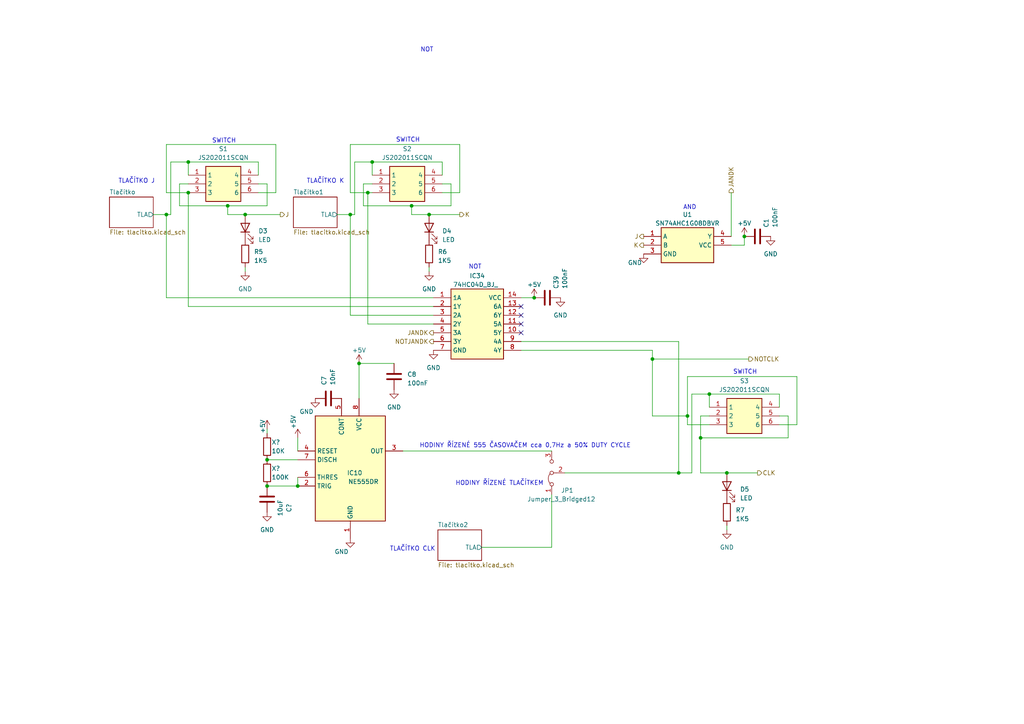
<source format=kicad_sch>
(kicad_sch
	(version 20231120)
	(generator "eeschema")
	(generator_version "8.0")
	(uuid "dec9c981-b85c-4487-8631-5b3443ab4a02")
	(paper "A4")
	(lib_symbols
		(symbol "AAAAAAAAAA:74HC04D_BJ_"
			(exclude_from_sim no)
			(in_bom yes)
			(on_board yes)
			(property "Reference" "IC"
				(at 21.59 7.62 0)
				(effects
					(font
						(size 1.27 1.27)
					)
					(justify left top)
				)
			)
			(property "Value" "74HC04D_BJ_"
				(at 21.59 5.08 0)
				(effects
					(font
						(size 1.27 1.27)
					)
					(justify left top)
				)
			)
			(property "Footprint" "SOIC127P600X175-14N"
				(at 21.59 -94.92 0)
				(effects
					(font
						(size 1.27 1.27)
					)
					(justify left top)
					(hide yes)
				)
			)
			(property "Datasheet" "http://toshiba.semicon-storage.com/info/docget.jsp?did=37182&prodName=74HC04D"
				(at 21.59 -194.92 0)
				(effects
					(font
						(size 1.27 1.27)
					)
					(justify left top)
					(hide yes)
				)
			)
			(property "Description" "74HC CMOS LOGIC IC SERIES SOIC14"
				(at 0 0 0)
				(effects
					(font
						(size 1.27 1.27)
					)
					(hide yes)
				)
			)
			(property "Height" "1.75"
				(at 21.59 -394.92 0)
				(effects
					(font
						(size 1.27 1.27)
					)
					(justify left top)
					(hide yes)
				)
			)
			(property "TME Electronic Components Part Number" ""
				(at 21.59 -494.92 0)
				(effects
					(font
						(size 1.27 1.27)
					)
					(justify left top)
					(hide yes)
				)
			)
			(property "TME Electronic Components Price/Stock" ""
				(at 21.59 -594.92 0)
				(effects
					(font
						(size 1.27 1.27)
					)
					(justify left top)
					(hide yes)
				)
			)
			(property "Manufacturer_Name" "Toshiba"
				(at 21.59 -694.92 0)
				(effects
					(font
						(size 1.27 1.27)
					)
					(justify left top)
					(hide yes)
				)
			)
			(property "Manufacturer_Part_Number" "74HC04D(BJ)"
				(at 21.59 -794.92 0)
				(effects
					(font
						(size 1.27 1.27)
					)
					(justify left top)
					(hide yes)
				)
			)
			(symbol "74HC04D_BJ__1_1"
				(rectangle
					(start 5.08 2.54)
					(end 20.32 -17.78)
					(stroke
						(width 0.254)
						(type default)
					)
					(fill
						(type background)
					)
				)
				(pin input line
					(at 0 0 0)
					(length 5.08)
					(name "1A"
						(effects
							(font
								(size 1.27 1.27)
							)
						)
					)
					(number "1"
						(effects
							(font
								(size 1.27 1.27)
							)
						)
					)
				)
				(pin output line
					(at 25.4 -10.16 180)
					(length 5.08)
					(name "5Y"
						(effects
							(font
								(size 1.27 1.27)
							)
						)
					)
					(number "10"
						(effects
							(font
								(size 1.27 1.27)
							)
						)
					)
				)
				(pin input line
					(at 25.4 -7.62 180)
					(length 5.08)
					(name "5A"
						(effects
							(font
								(size 1.27 1.27)
							)
						)
					)
					(number "11"
						(effects
							(font
								(size 1.27 1.27)
							)
						)
					)
				)
				(pin output line
					(at 25.4 -5.08 180)
					(length 5.08)
					(name "6Y"
						(effects
							(font
								(size 1.27 1.27)
							)
						)
					)
					(number "12"
						(effects
							(font
								(size 1.27 1.27)
							)
						)
					)
				)
				(pin input line
					(at 25.4 -2.54 180)
					(length 5.08)
					(name "6A"
						(effects
							(font
								(size 1.27 1.27)
							)
						)
					)
					(number "13"
						(effects
							(font
								(size 1.27 1.27)
							)
						)
					)
				)
				(pin power_in line
					(at 25.4 0 180)
					(length 5.08)
					(name "VCC"
						(effects
							(font
								(size 1.27 1.27)
							)
						)
					)
					(number "14"
						(effects
							(font
								(size 1.27 1.27)
							)
						)
					)
				)
				(pin output line
					(at 0 -2.54 0)
					(length 5.08)
					(name "1Y"
						(effects
							(font
								(size 1.27 1.27)
							)
						)
					)
					(number "2"
						(effects
							(font
								(size 1.27 1.27)
							)
						)
					)
				)
				(pin input line
					(at 0 -5.08 0)
					(length 5.08)
					(name "2A"
						(effects
							(font
								(size 1.27 1.27)
							)
						)
					)
					(number "3"
						(effects
							(font
								(size 1.27 1.27)
							)
						)
					)
				)
				(pin output line
					(at 0 -7.62 0)
					(length 5.08)
					(name "2Y"
						(effects
							(font
								(size 1.27 1.27)
							)
						)
					)
					(number "4"
						(effects
							(font
								(size 1.27 1.27)
							)
						)
					)
				)
				(pin input line
					(at 0 -10.16 0)
					(length 5.08)
					(name "3A"
						(effects
							(font
								(size 1.27 1.27)
							)
						)
					)
					(number "5"
						(effects
							(font
								(size 1.27 1.27)
							)
						)
					)
				)
				(pin output line
					(at 0 -12.7 0)
					(length 5.08)
					(name "3Y"
						(effects
							(font
								(size 1.27 1.27)
							)
						)
					)
					(number "6"
						(effects
							(font
								(size 1.27 1.27)
							)
						)
					)
				)
				(pin power_in line
					(at 0 -15.24 0)
					(length 5.08)
					(name "GND"
						(effects
							(font
								(size 1.27 1.27)
							)
						)
					)
					(number "7"
						(effects
							(font
								(size 1.27 1.27)
							)
						)
					)
				)
				(pin output line
					(at 25.4 -15.24 180)
					(length 5.08)
					(name "4Y"
						(effects
							(font
								(size 1.27 1.27)
							)
						)
					)
					(number "8"
						(effects
							(font
								(size 1.27 1.27)
							)
						)
					)
				)
				(pin input line
					(at 25.4 -12.7 180)
					(length 5.08)
					(name "4A"
						(effects
							(font
								(size 1.27 1.27)
							)
						)
					)
					(number "9"
						(effects
							(font
								(size 1.27 1.27)
							)
						)
					)
				)
			)
		)
		(symbol "AAAAAAAAAA:NE555DR"
			(exclude_from_sim no)
			(in_bom yes)
			(on_board yes)
			(property "Reference" "IC"
				(at 26.67 15.24 0)
				(effects
					(font
						(size 1.27 1.27)
					)
					(justify left top)
				)
			)
			(property "Value" "NE555DR"
				(at 26.67 12.7 0)
				(effects
					(font
						(size 1.27 1.27)
					)
					(justify left top)
				)
			)
			(property "Footprint" "SOIC127P600X175-8N"
				(at 26.67 -87.3 0)
				(effects
					(font
						(size 1.27 1.27)
					)
					(justify left top)
					(hide yes)
				)
			)
			(property "Datasheet" "https://g.componentsearchengine.com/Datasheets/0/6648.pdf"
				(at 26.67 -187.3 0)
				(effects
					(font
						(size 1.27 1.27)
					)
					(justify left top)
					(hide yes)
				)
			)
			(property "Description" "Single Precision Timer"
				(at 0 0 0)
				(effects
					(font
						(size 1.27 1.27)
					)
					(hide yes)
				)
			)
			(property "Height" "1.75"
				(at 26.67 -387.3 0)
				(effects
					(font
						(size 1.27 1.27)
					)
					(justify left top)
					(hide yes)
				)
			)
			(property "TME Electronic Components Part Number" ""
				(at 26.67 -487.3 0)
				(effects
					(font
						(size 1.27 1.27)
					)
					(justify left top)
					(hide yes)
				)
			)
			(property "TME Electronic Components Price/Stock" ""
				(at 26.67 -587.3 0)
				(effects
					(font
						(size 1.27 1.27)
					)
					(justify left top)
					(hide yes)
				)
			)
			(property "Manufacturer_Name" "Texas Instruments"
				(at 26.67 -687.3 0)
				(effects
					(font
						(size 1.27 1.27)
					)
					(justify left top)
					(hide yes)
				)
			)
			(property "Manufacturer_Part_Number" "NE555DR"
				(at 26.67 -787.3 0)
				(effects
					(font
						(size 1.27 1.27)
					)
					(justify left top)
					(hide yes)
				)
			)
			(symbol "NE555DR_1_1"
				(rectangle
					(start 5.08 10.16)
					(end 25.4 -20.32)
					(stroke
						(width 0.254)
						(type default)
					)
					(fill
						(type background)
					)
				)
				(pin passive line
					(at 15.24 -25.4 90)
					(length 5.08)
					(name "GND"
						(effects
							(font
								(size 1.27 1.27)
							)
						)
					)
					(number "1"
						(effects
							(font
								(size 1.27 1.27)
							)
						)
					)
				)
				(pin passive line
					(at 0 -10.16 0)
					(length 5.08)
					(name "TRIG"
						(effects
							(font
								(size 1.27 1.27)
							)
						)
					)
					(number "2"
						(effects
							(font
								(size 1.27 1.27)
							)
						)
					)
				)
				(pin passive line
					(at 30.48 0 180)
					(length 5.08)
					(name "OUT"
						(effects
							(font
								(size 1.27 1.27)
							)
						)
					)
					(number "3"
						(effects
							(font
								(size 1.27 1.27)
							)
						)
					)
				)
				(pin passive line
					(at 0 0 0)
					(length 5.08)
					(name "RESET"
						(effects
							(font
								(size 1.27 1.27)
							)
						)
					)
					(number "4"
						(effects
							(font
								(size 1.27 1.27)
							)
						)
					)
				)
				(pin passive line
					(at 12.7 15.24 270)
					(length 5.08)
					(name "CONT"
						(effects
							(font
								(size 1.27 1.27)
							)
						)
					)
					(number "5"
						(effects
							(font
								(size 1.27 1.27)
							)
						)
					)
				)
				(pin passive line
					(at 0 -7.62 0)
					(length 5.08)
					(name "THRES"
						(effects
							(font
								(size 1.27 1.27)
							)
						)
					)
					(number "6"
						(effects
							(font
								(size 1.27 1.27)
							)
						)
					)
				)
				(pin passive line
					(at 0 -2.54 0)
					(length 5.08)
					(name "DISCH"
						(effects
							(font
								(size 1.27 1.27)
							)
						)
					)
					(number "7"
						(effects
							(font
								(size 1.27 1.27)
							)
						)
					)
				)
				(pin passive line
					(at 17.78 15.24 270)
					(length 5.08)
					(name "VCC"
						(effects
							(font
								(size 1.27 1.27)
							)
						)
					)
					(number "8"
						(effects
							(font
								(size 1.27 1.27)
							)
						)
					)
				)
			)
		)
		(symbol "AAAAAAAAAA:SN74AHC1G08DBVR"
			(exclude_from_sim no)
			(in_bom yes)
			(on_board yes)
			(property "Reference" "U"
				(at 21.59 7.62 0)
				(effects
					(font
						(size 1.27 1.27)
					)
					(justify left top)
				)
			)
			(property "Value" "SN74AHC1G08DBVR"
				(at 21.59 5.08 0)
				(effects
					(font
						(size 1.27 1.27)
					)
					(justify left top)
				)
			)
			(property "Footprint" "SOT95P280X145-5N"
				(at 21.59 -94.92 0)
				(effects
					(font
						(size 1.27 1.27)
					)
					(justify left top)
					(hide yes)
				)
			)
			(property "Datasheet" "http://www.ti.com/general/docs/lit/getliterature.tsp?genericPartNumber=SN74AHC1G08&&fileType=pdf"
				(at 21.59 -194.92 0)
				(effects
					(font
						(size 1.27 1.27)
					)
					(justify left top)
					(hide yes)
				)
			)
			(property "Description" "Texas Instruments SN74AHC1G08DBVR, 2-Input AND Logic Gate, 2  5.5 V, 5-Pin SOT-23"
				(at 0 0 0)
				(effects
					(font
						(size 1.27 1.27)
					)
					(hide yes)
				)
			)
			(property "Height" "1.45"
				(at 21.59 -394.92 0)
				(effects
					(font
						(size 1.27 1.27)
					)
					(justify left top)
					(hide yes)
				)
			)
			(property "TME Electronic Components Part Number" ""
				(at 21.59 -494.92 0)
				(effects
					(font
						(size 1.27 1.27)
					)
					(justify left top)
					(hide yes)
				)
			)
			(property "TME Electronic Components Price/Stock" ""
				(at 21.59 -594.92 0)
				(effects
					(font
						(size 1.27 1.27)
					)
					(justify left top)
					(hide yes)
				)
			)
			(property "Manufacturer_Name" "Texas Instruments"
				(at 21.59 -694.92 0)
				(effects
					(font
						(size 1.27 1.27)
					)
					(justify left top)
					(hide yes)
				)
			)
			(property "Manufacturer_Part_Number" "SN74AHC1G08DBVR"
				(at 21.59 -794.92 0)
				(effects
					(font
						(size 1.27 1.27)
					)
					(justify left top)
					(hide yes)
				)
			)
			(symbol "SN74AHC1G08DBVR_1_1"
				(rectangle
					(start 5.08 2.54)
					(end 20.32 -7.62)
					(stroke
						(width 0.254)
						(type default)
					)
					(fill
						(type background)
					)
				)
				(pin passive line
					(at 0 0 0)
					(length 5.08)
					(name "A"
						(effects
							(font
								(size 1.27 1.27)
							)
						)
					)
					(number "1"
						(effects
							(font
								(size 1.27 1.27)
							)
						)
					)
				)
				(pin passive line
					(at 0 -2.54 0)
					(length 5.08)
					(name "B"
						(effects
							(font
								(size 1.27 1.27)
							)
						)
					)
					(number "2"
						(effects
							(font
								(size 1.27 1.27)
							)
						)
					)
				)
				(pin passive line
					(at 0 -5.08 0)
					(length 5.08)
					(name "GND"
						(effects
							(font
								(size 1.27 1.27)
							)
						)
					)
					(number "3"
						(effects
							(font
								(size 1.27 1.27)
							)
						)
					)
				)
				(pin passive line
					(at 25.4 0 180)
					(length 5.08)
					(name "Y"
						(effects
							(font
								(size 1.27 1.27)
							)
						)
					)
					(number "4"
						(effects
							(font
								(size 1.27 1.27)
							)
						)
					)
				)
				(pin passive line
					(at 25.4 -2.54 180)
					(length 5.08)
					(name "VCC"
						(effects
							(font
								(size 1.27 1.27)
							)
						)
					)
					(number "5"
						(effects
							(font
								(size 1.27 1.27)
							)
						)
					)
				)
			)
		)
		(symbol "Device:C"
			(pin_numbers hide)
			(pin_names
				(offset 0.254)
			)
			(exclude_from_sim no)
			(in_bom yes)
			(on_board yes)
			(property "Reference" "C"
				(at 0.635 2.54 0)
				(effects
					(font
						(size 1.27 1.27)
					)
					(justify left)
				)
			)
			(property "Value" "C"
				(at 0.635 -2.54 0)
				(effects
					(font
						(size 1.27 1.27)
					)
					(justify left)
				)
			)
			(property "Footprint" ""
				(at 0.9652 -3.81 0)
				(effects
					(font
						(size 1.27 1.27)
					)
					(hide yes)
				)
			)
			(property "Datasheet" "~"
				(at 0 0 0)
				(effects
					(font
						(size 1.27 1.27)
					)
					(hide yes)
				)
			)
			(property "Description" "Unpolarized capacitor"
				(at 0 0 0)
				(effects
					(font
						(size 1.27 1.27)
					)
					(hide yes)
				)
			)
			(property "ki_keywords" "cap capacitor"
				(at 0 0 0)
				(effects
					(font
						(size 1.27 1.27)
					)
					(hide yes)
				)
			)
			(property "ki_fp_filters" "C_*"
				(at 0 0 0)
				(effects
					(font
						(size 1.27 1.27)
					)
					(hide yes)
				)
			)
			(symbol "C_0_1"
				(polyline
					(pts
						(xy -2.032 -0.762) (xy 2.032 -0.762)
					)
					(stroke
						(width 0.508)
						(type default)
					)
					(fill
						(type none)
					)
				)
				(polyline
					(pts
						(xy -2.032 0.762) (xy 2.032 0.762)
					)
					(stroke
						(width 0.508)
						(type default)
					)
					(fill
						(type none)
					)
				)
			)
			(symbol "C_1_1"
				(pin passive line
					(at 0 3.81 270)
					(length 2.794)
					(name "~"
						(effects
							(font
								(size 1.27 1.27)
							)
						)
					)
					(number "1"
						(effects
							(font
								(size 1.27 1.27)
							)
						)
					)
				)
				(pin passive line
					(at 0 -3.81 90)
					(length 2.794)
					(name "~"
						(effects
							(font
								(size 1.27 1.27)
							)
						)
					)
					(number "2"
						(effects
							(font
								(size 1.27 1.27)
							)
						)
					)
				)
			)
		)
		(symbol "Device:LED"
			(pin_numbers hide)
			(pin_names
				(offset 1.016) hide)
			(exclude_from_sim no)
			(in_bom yes)
			(on_board yes)
			(property "Reference" "D"
				(at 0 2.54 0)
				(effects
					(font
						(size 1.27 1.27)
					)
				)
			)
			(property "Value" "LED"
				(at 0 -2.54 0)
				(effects
					(font
						(size 1.27 1.27)
					)
				)
			)
			(property "Footprint" ""
				(at 0 0 0)
				(effects
					(font
						(size 1.27 1.27)
					)
					(hide yes)
				)
			)
			(property "Datasheet" "~"
				(at 0 0 0)
				(effects
					(font
						(size 1.27 1.27)
					)
					(hide yes)
				)
			)
			(property "Description" "Light emitting diode"
				(at 0 0 0)
				(effects
					(font
						(size 1.27 1.27)
					)
					(hide yes)
				)
			)
			(property "ki_keywords" "LED diode"
				(at 0 0 0)
				(effects
					(font
						(size 1.27 1.27)
					)
					(hide yes)
				)
			)
			(property "ki_fp_filters" "LED* LED_SMD:* LED_THT:*"
				(at 0 0 0)
				(effects
					(font
						(size 1.27 1.27)
					)
					(hide yes)
				)
			)
			(symbol "LED_0_1"
				(polyline
					(pts
						(xy -1.27 -1.27) (xy -1.27 1.27)
					)
					(stroke
						(width 0.254)
						(type default)
					)
					(fill
						(type none)
					)
				)
				(polyline
					(pts
						(xy -1.27 0) (xy 1.27 0)
					)
					(stroke
						(width 0)
						(type default)
					)
					(fill
						(type none)
					)
				)
				(polyline
					(pts
						(xy 1.27 -1.27) (xy 1.27 1.27) (xy -1.27 0) (xy 1.27 -1.27)
					)
					(stroke
						(width 0.254)
						(type default)
					)
					(fill
						(type none)
					)
				)
				(polyline
					(pts
						(xy -3.048 -0.762) (xy -4.572 -2.286) (xy -3.81 -2.286) (xy -4.572 -2.286) (xy -4.572 -1.524)
					)
					(stroke
						(width 0)
						(type default)
					)
					(fill
						(type none)
					)
				)
				(polyline
					(pts
						(xy -1.778 -0.762) (xy -3.302 -2.286) (xy -2.54 -2.286) (xy -3.302 -2.286) (xy -3.302 -1.524)
					)
					(stroke
						(width 0)
						(type default)
					)
					(fill
						(type none)
					)
				)
			)
			(symbol "LED_1_1"
				(pin passive line
					(at -3.81 0 0)
					(length 2.54)
					(name "K"
						(effects
							(font
								(size 1.27 1.27)
							)
						)
					)
					(number "1"
						(effects
							(font
								(size 1.27 1.27)
							)
						)
					)
				)
				(pin passive line
					(at 3.81 0 180)
					(length 2.54)
					(name "A"
						(effects
							(font
								(size 1.27 1.27)
							)
						)
					)
					(number "2"
						(effects
							(font
								(size 1.27 1.27)
							)
						)
					)
				)
			)
		)
		(symbol "Device:R"
			(pin_numbers hide)
			(pin_names
				(offset 0)
			)
			(exclude_from_sim no)
			(in_bom yes)
			(on_board yes)
			(property "Reference" "R"
				(at 2.032 0 90)
				(effects
					(font
						(size 1.27 1.27)
					)
				)
			)
			(property "Value" "R"
				(at 0 0 90)
				(effects
					(font
						(size 1.27 1.27)
					)
				)
			)
			(property "Footprint" ""
				(at -1.778 0 90)
				(effects
					(font
						(size 1.27 1.27)
					)
					(hide yes)
				)
			)
			(property "Datasheet" "~"
				(at 0 0 0)
				(effects
					(font
						(size 1.27 1.27)
					)
					(hide yes)
				)
			)
			(property "Description" "Resistor"
				(at 0 0 0)
				(effects
					(font
						(size 1.27 1.27)
					)
					(hide yes)
				)
			)
			(property "ki_keywords" "R res resistor"
				(at 0 0 0)
				(effects
					(font
						(size 1.27 1.27)
					)
					(hide yes)
				)
			)
			(property "ki_fp_filters" "R_*"
				(at 0 0 0)
				(effects
					(font
						(size 1.27 1.27)
					)
					(hide yes)
				)
			)
			(symbol "R_0_1"
				(rectangle
					(start -1.016 -2.54)
					(end 1.016 2.54)
					(stroke
						(width 0.254)
						(type default)
					)
					(fill
						(type none)
					)
				)
			)
			(symbol "R_1_1"
				(pin passive line
					(at 0 3.81 270)
					(length 1.27)
					(name "~"
						(effects
							(font
								(size 1.27 1.27)
							)
						)
					)
					(number "1"
						(effects
							(font
								(size 1.27 1.27)
							)
						)
					)
				)
				(pin passive line
					(at 0 -3.81 90)
					(length 1.27)
					(name "~"
						(effects
							(font
								(size 1.27 1.27)
							)
						)
					)
					(number "2"
						(effects
							(font
								(size 1.27 1.27)
							)
						)
					)
				)
			)
		)
		(symbol "GND_1"
			(power)
			(pin_names
				(offset 0)
			)
			(exclude_from_sim no)
			(in_bom yes)
			(on_board yes)
			(property "Reference" "#PWR"
				(at 0 -6.35 0)
				(effects
					(font
						(size 1.27 1.27)
					)
					(hide yes)
				)
			)
			(property "Value" "GND_1"
				(at 0 -3.81 0)
				(effects
					(font
						(size 1.27 1.27)
					)
				)
			)
			(property "Footprint" ""
				(at 0 0 0)
				(effects
					(font
						(size 1.27 1.27)
					)
					(hide yes)
				)
			)
			(property "Datasheet" ""
				(at 0 0 0)
				(effects
					(font
						(size 1.27 1.27)
					)
					(hide yes)
				)
			)
			(property "Description" "Power symbol creates a global label with name \"GND\" , ground"
				(at 0 0 0)
				(effects
					(font
						(size 1.27 1.27)
					)
					(hide yes)
				)
			)
			(property "ki_keywords" "global power"
				(at 0 0 0)
				(effects
					(font
						(size 1.27 1.27)
					)
					(hide yes)
				)
			)
			(symbol "GND_1_0_1"
				(polyline
					(pts
						(xy 0 0) (xy 0 -1.27) (xy 1.27 -1.27) (xy 0 -2.54) (xy -1.27 -1.27) (xy 0 -1.27)
					)
					(stroke
						(width 0)
						(type default)
					)
					(fill
						(type none)
					)
				)
			)
			(symbol "GND_1_1_1"
				(pin power_in line
					(at 0 0 270)
					(length 0) hide
					(name "GND"
						(effects
							(font
								(size 1.27 1.27)
							)
						)
					)
					(number "1"
						(effects
							(font
								(size 1.27 1.27)
							)
						)
					)
				)
			)
		)
		(symbol "Jumper:Jumper_3_Bridged12"
			(pin_names
				(offset 0) hide)
			(exclude_from_sim no)
			(in_bom yes)
			(on_board yes)
			(property "Reference" "JP"
				(at -2.54 -2.54 0)
				(effects
					(font
						(size 1.27 1.27)
					)
				)
			)
			(property "Value" "Jumper_3_Bridged12"
				(at 0 2.794 0)
				(effects
					(font
						(size 1.27 1.27)
					)
				)
			)
			(property "Footprint" ""
				(at 0 0 0)
				(effects
					(font
						(size 1.27 1.27)
					)
					(hide yes)
				)
			)
			(property "Datasheet" "~"
				(at 0 0 0)
				(effects
					(font
						(size 1.27 1.27)
					)
					(hide yes)
				)
			)
			(property "Description" "Jumper, 3-pole, pins 1+2 closed/bridged"
				(at 0 0 0)
				(effects
					(font
						(size 1.27 1.27)
					)
					(hide yes)
				)
			)
			(property "ki_keywords" "Jumper SPDT"
				(at 0 0 0)
				(effects
					(font
						(size 1.27 1.27)
					)
					(hide yes)
				)
			)
			(property "ki_fp_filters" "Jumper* TestPoint*3Pads* TestPoint*Bridge*"
				(at 0 0 0)
				(effects
					(font
						(size 1.27 1.27)
					)
					(hide yes)
				)
			)
			(symbol "Jumper_3_Bridged12_0_0"
				(circle
					(center -3.302 0)
					(radius 0.508)
					(stroke
						(width 0)
						(type default)
					)
					(fill
						(type none)
					)
				)
				(circle
					(center 0 0)
					(radius 0.508)
					(stroke
						(width 0)
						(type default)
					)
					(fill
						(type none)
					)
				)
				(circle
					(center 3.302 0)
					(radius 0.508)
					(stroke
						(width 0)
						(type default)
					)
					(fill
						(type none)
					)
				)
			)
			(symbol "Jumper_3_Bridged12_0_1"
				(arc
					(start -0.254 0.508)
					(mid -1.651 0.9912)
					(end -3.048 0.508)
					(stroke
						(width 0)
						(type default)
					)
					(fill
						(type none)
					)
				)
				(polyline
					(pts
						(xy 0 -1.27) (xy 0 -0.508)
					)
					(stroke
						(width 0)
						(type default)
					)
					(fill
						(type none)
					)
				)
			)
			(symbol "Jumper_3_Bridged12_1_1"
				(pin passive line
					(at -6.35 0 0)
					(length 2.54)
					(name "A"
						(effects
							(font
								(size 1.27 1.27)
							)
						)
					)
					(number "1"
						(effects
							(font
								(size 1.27 1.27)
							)
						)
					)
				)
				(pin passive line
					(at 0 -3.81 90)
					(length 2.54)
					(name "C"
						(effects
							(font
								(size 1.27 1.27)
							)
						)
					)
					(number "2"
						(effects
							(font
								(size 1.27 1.27)
							)
						)
					)
				)
				(pin passive line
					(at 6.35 0 180)
					(length 2.54)
					(name "B"
						(effects
							(font
								(size 1.27 1.27)
							)
						)
					)
					(number "3"
						(effects
							(font
								(size 1.27 1.27)
							)
						)
					)
				)
			)
		)
		(symbol "aaaaaaaaaaaaaaaaaaaaaa:JS202011SCQN"
			(exclude_from_sim no)
			(in_bom yes)
			(on_board yes)
			(property "Reference" "S"
				(at 16.51 7.62 0)
				(effects
					(font
						(size 1.27 1.27)
					)
					(justify left top)
				)
			)
			(property "Value" "JS202011SCQN"
				(at 16.51 5.08 0)
				(effects
					(font
						(size 1.27 1.27)
					)
					(justify left top)
				)
			)
			(property "Footprint" "JS202011SCQN"
				(at 16.51 -94.92 0)
				(effects
					(font
						(size 1.27 1.27)
					)
					(justify left top)
					(hide yes)
				)
			)
			(property "Datasheet" "https://www.ckswitches.com/media/1422/js.pdf"
				(at 16.51 -194.92 0)
				(effects
					(font
						(size 1.27 1.27)
					)
					(justify left top)
					(hide yes)
				)
			)
			(property "Description" "Sub miniature slide switches"
				(at 0 0 0)
				(effects
					(font
						(size 1.27 1.27)
					)
					(hide yes)
				)
			)
			(property "Height" "5.5"
				(at 16.51 -394.92 0)
				(effects
					(font
						(size 1.27 1.27)
					)
					(justify left top)
					(hide yes)
				)
			)
			(property "TME Electronic Components Part Number" ""
				(at 16.51 -494.92 0)
				(effects
					(font
						(size 1.27 1.27)
					)
					(justify left top)
					(hide yes)
				)
			)
			(property "TME Electronic Components Price/Stock" ""
				(at 16.51 -594.92 0)
				(effects
					(font
						(size 1.27 1.27)
					)
					(justify left top)
					(hide yes)
				)
			)
			(property "Manufacturer_Name" "C & K COMPONENTS"
				(at 16.51 -694.92 0)
				(effects
					(font
						(size 1.27 1.27)
					)
					(justify left top)
					(hide yes)
				)
			)
			(property "Manufacturer_Part_Number" "JS202011SCQN"
				(at 16.51 -794.92 0)
				(effects
					(font
						(size 1.27 1.27)
					)
					(justify left top)
					(hide yes)
				)
			)
			(symbol "JS202011SCQN_1_1"
				(rectangle
					(start 5.08 2.54)
					(end 15.24 -7.62)
					(stroke
						(width 0.254)
						(type default)
					)
					(fill
						(type background)
					)
				)
				(pin passive line
					(at 0 0 0)
					(length 5.08)
					(name "1"
						(effects
							(font
								(size 1.27 1.27)
							)
						)
					)
					(number "1"
						(effects
							(font
								(size 1.27 1.27)
							)
						)
					)
				)
				(pin passive line
					(at 0 -2.54 0)
					(length 5.08)
					(name "2"
						(effects
							(font
								(size 1.27 1.27)
							)
						)
					)
					(number "2"
						(effects
							(font
								(size 1.27 1.27)
							)
						)
					)
				)
				(pin passive line
					(at 0 -5.08 0)
					(length 5.08)
					(name "3"
						(effects
							(font
								(size 1.27 1.27)
							)
						)
					)
					(number "3"
						(effects
							(font
								(size 1.27 1.27)
							)
						)
					)
				)
				(pin passive line
					(at 20.32 0 180)
					(length 5.08)
					(name "4"
						(effects
							(font
								(size 1.27 1.27)
							)
						)
					)
					(number "4"
						(effects
							(font
								(size 1.27 1.27)
							)
						)
					)
				)
				(pin passive line
					(at 20.32 -2.54 180)
					(length 5.08)
					(name "5"
						(effects
							(font
								(size 1.27 1.27)
							)
						)
					)
					(number "5"
						(effects
							(font
								(size 1.27 1.27)
							)
						)
					)
				)
				(pin passive line
					(at 20.32 -5.08 180)
					(length 5.08)
					(name "6"
						(effects
							(font
								(size 1.27 1.27)
							)
						)
					)
					(number "6"
						(effects
							(font
								(size 1.27 1.27)
							)
						)
					)
				)
			)
		)
		(symbol "power:+5V"
			(power)
			(pin_names
				(offset 0)
			)
			(exclude_from_sim no)
			(in_bom yes)
			(on_board yes)
			(property "Reference" "#PWR"
				(at 0 -3.81 0)
				(effects
					(font
						(size 1.27 1.27)
					)
					(hide yes)
				)
			)
			(property "Value" "+5V"
				(at 0 3.556 0)
				(effects
					(font
						(size 1.27 1.27)
					)
				)
			)
			(property "Footprint" ""
				(at 0 0 0)
				(effects
					(font
						(size 1.27 1.27)
					)
					(hide yes)
				)
			)
			(property "Datasheet" ""
				(at 0 0 0)
				(effects
					(font
						(size 1.27 1.27)
					)
					(hide yes)
				)
			)
			(property "Description" "Power symbol creates a global label with name \"+5V\""
				(at 0 0 0)
				(effects
					(font
						(size 1.27 1.27)
					)
					(hide yes)
				)
			)
			(property "ki_keywords" "global power"
				(at 0 0 0)
				(effects
					(font
						(size 1.27 1.27)
					)
					(hide yes)
				)
			)
			(symbol "+5V_0_1"
				(polyline
					(pts
						(xy -0.762 1.27) (xy 0 2.54)
					)
					(stroke
						(width 0)
						(type default)
					)
					(fill
						(type none)
					)
				)
				(polyline
					(pts
						(xy 0 0) (xy 0 2.54)
					)
					(stroke
						(width 0)
						(type default)
					)
					(fill
						(type none)
					)
				)
				(polyline
					(pts
						(xy 0 2.54) (xy 0.762 1.27)
					)
					(stroke
						(width 0)
						(type default)
					)
					(fill
						(type none)
					)
				)
			)
			(symbol "+5V_1_1"
				(pin power_in line
					(at 0 0 90)
					(length 0) hide
					(name "+5V"
						(effects
							(font
								(size 1.27 1.27)
							)
						)
					)
					(number "1"
						(effects
							(font
								(size 1.27 1.27)
							)
						)
					)
				)
			)
		)
		(symbol "power:GND"
			(power)
			(pin_names
				(offset 0)
			)
			(exclude_from_sim no)
			(in_bom yes)
			(on_board yes)
			(property "Reference" "#PWR"
				(at 0 -6.35 0)
				(effects
					(font
						(size 1.27 1.27)
					)
					(hide yes)
				)
			)
			(property "Value" "GND"
				(at 0 -3.81 0)
				(effects
					(font
						(size 1.27 1.27)
					)
				)
			)
			(property "Footprint" ""
				(at 0 0 0)
				(effects
					(font
						(size 1.27 1.27)
					)
					(hide yes)
				)
			)
			(property "Datasheet" ""
				(at 0 0 0)
				(effects
					(font
						(size 1.27 1.27)
					)
					(hide yes)
				)
			)
			(property "Description" "Power symbol creates a global label with name \"GND\" , ground"
				(at 0 0 0)
				(effects
					(font
						(size 1.27 1.27)
					)
					(hide yes)
				)
			)
			(property "ki_keywords" "global power"
				(at 0 0 0)
				(effects
					(font
						(size 1.27 1.27)
					)
					(hide yes)
				)
			)
			(symbol "GND_0_1"
				(polyline
					(pts
						(xy 0 0) (xy 0 -1.27) (xy 1.27 -1.27) (xy 0 -2.54) (xy -1.27 -1.27) (xy 0 -1.27)
					)
					(stroke
						(width 0)
						(type default)
					)
					(fill
						(type none)
					)
				)
			)
			(symbol "GND_1_1"
				(pin power_in line
					(at 0 0 270)
					(length 0) hide
					(name "GND"
						(effects
							(font
								(size 1.27 1.27)
							)
						)
					)
					(number "1"
						(effects
							(font
								(size 1.27 1.27)
							)
						)
					)
				)
			)
		)
	)
	(junction
		(at 86.36 140.97)
		(diameter 0)
		(color 0 0 0 0)
		(uuid "0f831db6-4c8a-4b7a-8b26-ee0466f26c6c")
	)
	(junction
		(at 66.04 59.69)
		(diameter 0)
		(color 0 0 0 0)
		(uuid "13b1cf1c-e389-49a9-992e-63db62ddab80")
	)
	(junction
		(at 124.46 62.23)
		(diameter 0)
		(color 0 0 0 0)
		(uuid "257e05f8-7308-47c1-a62c-d7c3717ccc31")
	)
	(junction
		(at 210.82 137.16)
		(diameter 0)
		(color 0 0 0 0)
		(uuid "321f3cc7-00b4-443b-80eb-a1b21793252e")
	)
	(junction
		(at 119.38 59.69)
		(diameter 0)
		(color 0 0 0 0)
		(uuid "34ac8ed1-4f50-4355-a682-0969d6b11a39")
	)
	(junction
		(at 101.6 62.23)
		(diameter 0)
		(color 0 0 0 0)
		(uuid "506e8892-cc6b-4a7b-a550-a934fd1a1309")
	)
	(junction
		(at 205.74 114.3)
		(diameter 0)
		(color 0 0 0 0)
		(uuid "5526e1c5-217f-4319-b444-fb707b480fff")
	)
	(junction
		(at 71.12 62.23)
		(diameter 0)
		(color 0 0 0 0)
		(uuid "57c452fc-cd2a-4027-b62c-4a7ebb47f134")
	)
	(junction
		(at 154.94 86.36)
		(diameter 0)
		(color 0 0 0 0)
		(uuid "5b559703-e668-454c-8778-f386ff31d104")
	)
	(junction
		(at 77.47 133.35)
		(diameter 0)
		(color 0 0 0 0)
		(uuid "6530478d-de91-4d69-9cb7-06ca941e02bc")
	)
	(junction
		(at 189.23 104.14)
		(diameter 0)
		(color 0 0 0 0)
		(uuid "656bc6ae-f9ad-4e6f-9059-efb5d8b37eff")
	)
	(junction
		(at 104.14 105.41)
		(diameter 0)
		(color 0 0 0 0)
		(uuid "694f2e8e-caf8-4c57-8cab-8062200c75f6")
	)
	(junction
		(at 106.68 55.88)
		(diameter 0)
		(color 0 0 0 0)
		(uuid "78f93550-3bcd-4599-9f26-89c912d36ed5")
	)
	(junction
		(at 199.39 120.65)
		(diameter 0)
		(color 0 0 0 0)
		(uuid "8a86b769-a390-46ee-9640-5b324384d91f")
	)
	(junction
		(at 215.9 68.58)
		(diameter 0)
		(color 0 0 0 0)
		(uuid "acc95a8c-db84-4820-a321-9105505fb163")
	)
	(junction
		(at 48.26 62.23)
		(diameter 0)
		(color 0 0 0 0)
		(uuid "bbff9157-3573-4f02-ad49-deaada85503c")
	)
	(junction
		(at 77.47 140.97)
		(diameter 0)
		(color 0 0 0 0)
		(uuid "c6f8d2cf-5623-4043-8921-061263929969")
	)
	(junction
		(at 203.2 127)
		(diameter 0)
		(color 0 0 0 0)
		(uuid "c74ad9bc-eb36-4e43-a36f-c9650cd31099")
	)
	(junction
		(at 54.61 46.99)
		(diameter 0)
		(color 0 0 0 0)
		(uuid "d41bd182-b4f2-4501-afb5-7c0cd1ae0b5d")
	)
	(junction
		(at 54.61 55.88)
		(diameter 0)
		(color 0 0 0 0)
		(uuid "d697b174-fbfc-45e2-a37e-e1e3c5b663a2")
	)
	(junction
		(at 107.95 46.99)
		(diameter 0)
		(color 0 0 0 0)
		(uuid "fc4a9cd9-fb34-4852-a824-1645e0428aa4")
	)
	(junction
		(at 196.85 137.16)
		(diameter 0)
		(color 0 0 0 0)
		(uuid "ff936f3a-db79-45e0-8d8c-16b41ff55314")
	)
	(no_connect
		(at 151.13 91.44)
		(uuid "06045b7c-479b-4d3c-beb6-bf4d3e6c773d")
	)
	(no_connect
		(at 151.13 96.52)
		(uuid "07e71a80-1094-4805-8217-0f41596ec74a")
	)
	(no_connect
		(at 151.13 88.9)
		(uuid "adae9d1c-0e3a-4941-8459-f5d7e5d64ef9")
	)
	(no_connect
		(at 151.13 93.98)
		(uuid "b044176a-4f68-427a-9eb5-f51d83d9a0f3")
	)
	(wire
		(pts
			(xy 203.2 120.65) (xy 203.2 127)
		)
		(stroke
			(width 0)
			(type default)
		)
		(uuid "017612ea-1edb-4f4e-baf4-79c81eb5d174")
	)
	(wire
		(pts
			(xy 49.53 62.23) (xy 49.53 46.99)
		)
		(stroke
			(width 0)
			(type default)
		)
		(uuid "04e6022c-056f-4e16-84e1-fefed61a8ab3")
	)
	(wire
		(pts
			(xy 203.2 127) (xy 203.2 137.16)
		)
		(stroke
			(width 0)
			(type default)
		)
		(uuid "067ad6e4-a965-4303-8938-54ea016a1db9")
	)
	(wire
		(pts
			(xy 106.68 55.88) (xy 107.95 55.88)
		)
		(stroke
			(width 0)
			(type default)
		)
		(uuid "084583c5-7b84-4c3c-bb42-42a4e5db621d")
	)
	(wire
		(pts
			(xy 205.74 120.65) (xy 203.2 120.65)
		)
		(stroke
			(width 0)
			(type default)
		)
		(uuid "0e4685a3-a817-4b60-9c91-7c44ded5e49a")
	)
	(wire
		(pts
			(xy 116.84 130.81) (xy 160.02 130.81)
		)
		(stroke
			(width 0)
			(type default)
		)
		(uuid "10c80c19-2a99-4d26-9cfe-1f7d4540ee0d")
	)
	(wire
		(pts
			(xy 199.39 123.19) (xy 199.39 120.65)
		)
		(stroke
			(width 0)
			(type default)
		)
		(uuid "183d1fc4-c39b-445a-ba42-f29b40e56da3")
	)
	(wire
		(pts
			(xy 128.27 50.8) (xy 128.27 46.99)
		)
		(stroke
			(width 0)
			(type default)
		)
		(uuid "1b2829c1-01a8-49d5-b778-98ebd49055be")
	)
	(wire
		(pts
			(xy 196.85 137.16) (xy 163.83 137.16)
		)
		(stroke
			(width 0)
			(type default)
		)
		(uuid "1b93133a-7bfc-4d6e-a661-5ddd992619f0")
	)
	(wire
		(pts
			(xy 226.06 118.11) (xy 226.06 114.3)
		)
		(stroke
			(width 0)
			(type default)
		)
		(uuid "1c1d5236-9ffb-400c-8cc1-76a1356451f9")
	)
	(wire
		(pts
			(xy 66.04 59.69) (xy 77.47 59.69)
		)
		(stroke
			(width 0)
			(type default)
		)
		(uuid "1eb14b1b-d4eb-4292-aa01-aa9ab7ebc3d5")
	)
	(wire
		(pts
			(xy 52.07 59.69) (xy 66.04 59.69)
		)
		(stroke
			(width 0)
			(type default)
		)
		(uuid "1f277403-aec5-4715-bf8e-b58a5afe5374")
	)
	(wire
		(pts
			(xy 130.81 59.69) (xy 130.81 53.34)
		)
		(stroke
			(width 0)
			(type default)
		)
		(uuid "24295ecf-85a9-4434-95f4-806bfb12f7bb")
	)
	(wire
		(pts
			(xy 101.6 55.88) (xy 106.68 55.88)
		)
		(stroke
			(width 0)
			(type default)
		)
		(uuid "24f45897-79ee-439b-9052-bfe9f778ccf9")
	)
	(wire
		(pts
			(xy 74.93 46.99) (xy 54.61 46.99)
		)
		(stroke
			(width 0)
			(type default)
		)
		(uuid "2554294e-7bad-4a9d-bcd8-31c3f07446bb")
	)
	(wire
		(pts
			(xy 66.04 62.23) (xy 71.12 62.23)
		)
		(stroke
			(width 0)
			(type default)
		)
		(uuid "2a9d3a3b-5a31-4d19-9f39-16b9f5f64bc9")
	)
	(wire
		(pts
			(xy 133.35 55.88) (xy 128.27 55.88)
		)
		(stroke
			(width 0)
			(type default)
		)
		(uuid "2cd72797-d4bd-46ff-a077-48f1b9902341")
	)
	(wire
		(pts
			(xy 196.85 137.16) (xy 200.66 137.16)
		)
		(stroke
			(width 0)
			(type default)
		)
		(uuid "3461600c-7fa2-440e-90d9-550a56b2be92")
	)
	(wire
		(pts
			(xy 212.09 71.12) (xy 215.9 71.12)
		)
		(stroke
			(width 0)
			(type default)
		)
		(uuid "364b1b27-c742-4105-a91a-fbbe4d8a30b8")
	)
	(wire
		(pts
			(xy 77.47 124.46) (xy 77.47 125.73)
		)
		(stroke
			(width 0)
			(type default)
		)
		(uuid "3acba918-d222-42af-8d51-411d1bc7db1f")
	)
	(wire
		(pts
			(xy 101.6 62.23) (xy 101.6 91.44)
		)
		(stroke
			(width 0)
			(type default)
		)
		(uuid "3ecfb348-9c31-4eb4-8e27-ad0992b53342")
	)
	(wire
		(pts
			(xy 77.47 59.69) (xy 77.47 53.34)
		)
		(stroke
			(width 0)
			(type default)
		)
		(uuid "41ea1c3f-78d3-42a9-bd7d-c039825382f5")
	)
	(wire
		(pts
			(xy 80.01 41.91) (xy 80.01 55.88)
		)
		(stroke
			(width 0)
			(type default)
		)
		(uuid "435413f3-f47d-43b7-978a-6925f87e422b")
	)
	(wire
		(pts
			(xy 151.13 86.36) (xy 154.94 86.36)
		)
		(stroke
			(width 0)
			(type default)
		)
		(uuid "4d0bb029-867b-483e-b27e-cb678f79a3a3")
	)
	(wire
		(pts
			(xy 200.66 114.3) (xy 205.74 114.3)
		)
		(stroke
			(width 0)
			(type default)
		)
		(uuid "4fb7308c-dfdf-4f24-a972-cfbe2a90ac2c")
	)
	(wire
		(pts
			(xy 189.23 120.65) (xy 199.39 120.65)
		)
		(stroke
			(width 0)
			(type default)
		)
		(uuid "565aed37-4ead-4284-8285-9da3b065721d")
	)
	(wire
		(pts
			(xy 119.38 62.23) (xy 124.46 62.23)
		)
		(stroke
			(width 0)
			(type default)
		)
		(uuid "566cfcf3-b842-4f17-8867-d1bf4d6635b2")
	)
	(wire
		(pts
			(xy 231.14 109.22) (xy 231.14 123.19)
		)
		(stroke
			(width 0)
			(type default)
		)
		(uuid "56769107-3a1f-4f3d-a92d-159f8acd3f97")
	)
	(wire
		(pts
			(xy 107.95 46.99) (xy 107.95 50.8)
		)
		(stroke
			(width 0)
			(type default)
		)
		(uuid "5bd78ff1-3116-4bd3-ac6c-7221987a4d08")
	)
	(wire
		(pts
			(xy 54.61 46.99) (xy 54.61 50.8)
		)
		(stroke
			(width 0)
			(type default)
		)
		(uuid "5e9766c0-0ebd-4588-bc83-5cb5c17341ac")
	)
	(wire
		(pts
			(xy 217.17 104.14) (xy 189.23 104.14)
		)
		(stroke
			(width 0)
			(type default)
		)
		(uuid "643d39a4-c4ae-49dd-bab6-e451b85b7a09")
	)
	(wire
		(pts
			(xy 77.47 133.35) (xy 86.36 133.35)
		)
		(stroke
			(width 0)
			(type default)
		)
		(uuid "6664db4f-45b3-4508-8133-d642ef12f7e8")
	)
	(wire
		(pts
			(xy 48.26 41.91) (xy 80.01 41.91)
		)
		(stroke
			(width 0)
			(type default)
		)
		(uuid "66a8cfda-44e6-4b25-be5a-cd5b727b680d")
	)
	(wire
		(pts
			(xy 226.06 114.3) (xy 205.74 114.3)
		)
		(stroke
			(width 0)
			(type default)
		)
		(uuid "6796c629-c6f3-4745-bc37-83d5b5a1ed5b")
	)
	(wire
		(pts
			(xy 54.61 53.34) (xy 52.07 53.34)
		)
		(stroke
			(width 0)
			(type default)
		)
		(uuid "6a2aa5b0-60bd-4cf5-8ccb-c1d3ef70b9e6")
	)
	(wire
		(pts
			(xy 52.07 53.34) (xy 52.07 59.69)
		)
		(stroke
			(width 0)
			(type default)
		)
		(uuid "6cdaf0c1-0838-4348-b889-18cc8fc6347b")
	)
	(wire
		(pts
			(xy 203.2 137.16) (xy 210.82 137.16)
		)
		(stroke
			(width 0)
			(type default)
		)
		(uuid "7012573e-7e5a-4972-a5b3-96b33bdbb5c5")
	)
	(wire
		(pts
			(xy 199.39 120.65) (xy 199.39 109.22)
		)
		(stroke
			(width 0)
			(type default)
		)
		(uuid "73557d67-6a83-4657-b023-d71b024cf325")
	)
	(wire
		(pts
			(xy 124.46 78.74) (xy 124.46 77.47)
		)
		(stroke
			(width 0)
			(type default)
		)
		(uuid "74b524ed-3f6f-4f6a-86d0-229ecf9e6db7")
	)
	(wire
		(pts
			(xy 71.12 62.23) (xy 81.28 62.23)
		)
		(stroke
			(width 0)
			(type default)
		)
		(uuid "74cc35e9-00df-4943-9854-ad3caf319333")
	)
	(wire
		(pts
			(xy 231.14 123.19) (xy 226.06 123.19)
		)
		(stroke
			(width 0)
			(type default)
		)
		(uuid "765b0d80-2fc0-4071-9ca3-6836907e7287")
	)
	(wire
		(pts
			(xy 124.46 62.23) (xy 133.35 62.23)
		)
		(stroke
			(width 0)
			(type default)
		)
		(uuid "7b4fe8d7-4d8f-4dbc-98d6-aa70c10c6dfc")
	)
	(wire
		(pts
			(xy 130.81 53.34) (xy 128.27 53.34)
		)
		(stroke
			(width 0)
			(type default)
		)
		(uuid "7ceec0d0-f032-4749-9b4b-651a4e0a39e8")
	)
	(wire
		(pts
			(xy 104.14 105.41) (xy 114.3 105.41)
		)
		(stroke
			(width 0)
			(type default)
		)
		(uuid "7f7cb521-7483-4de0-9886-f69041890c02")
	)
	(wire
		(pts
			(xy 210.82 137.16) (xy 219.71 137.16)
		)
		(stroke
			(width 0)
			(type default)
		)
		(uuid "8142441f-6cc5-4a2e-9bae-e0f7bdf60d76")
	)
	(wire
		(pts
			(xy 102.87 62.23) (xy 102.87 46.99)
		)
		(stroke
			(width 0)
			(type default)
		)
		(uuid "82a470a4-9f52-467b-aef2-93d292338b85")
	)
	(wire
		(pts
			(xy 104.14 105.41) (xy 104.14 115.57)
		)
		(stroke
			(width 0)
			(type default)
		)
		(uuid "83db3652-1941-4156-a0b6-4f25ec725072")
	)
	(wire
		(pts
			(xy 106.68 55.88) (xy 106.68 93.98)
		)
		(stroke
			(width 0)
			(type default)
		)
		(uuid "85b94db6-183c-4428-81cd-52ef8966504b")
	)
	(wire
		(pts
			(xy 54.61 88.9) (xy 54.61 55.88)
		)
		(stroke
			(width 0)
			(type default)
		)
		(uuid "89159462-e2ca-4f45-acbe-e3f48aa5e6a1")
	)
	(wire
		(pts
			(xy 199.39 109.22) (xy 231.14 109.22)
		)
		(stroke
			(width 0)
			(type default)
		)
		(uuid "8ccdfe3f-081e-4211-a284-8510f71bb440")
	)
	(wire
		(pts
			(xy 66.04 59.69) (xy 66.04 62.23)
		)
		(stroke
			(width 0)
			(type default)
		)
		(uuid "90128187-3bc2-46ae-ad79-7a909457bbc4")
	)
	(wire
		(pts
			(xy 133.35 41.91) (xy 133.35 55.88)
		)
		(stroke
			(width 0)
			(type default)
		)
		(uuid "902d1d48-f763-4f63-aad2-738e6568db79")
	)
	(wire
		(pts
			(xy 228.6 127) (xy 228.6 120.65)
		)
		(stroke
			(width 0)
			(type default)
		)
		(uuid "96052d8b-4b5a-48d3-b2bf-7e5f7dd8ee5b")
	)
	(wire
		(pts
			(xy 107.95 53.34) (xy 105.41 53.34)
		)
		(stroke
			(width 0)
			(type default)
		)
		(uuid "9876bf42-ae04-4371-9d0f-e1559356f987")
	)
	(wire
		(pts
			(xy 160.02 143.51) (xy 160.02 158.75)
		)
		(stroke
			(width 0)
			(type default)
		)
		(uuid "9c27a89d-3980-43e1-a7d0-9b30022c2601")
	)
	(wire
		(pts
			(xy 189.23 104.14) (xy 189.23 101.6)
		)
		(stroke
			(width 0)
			(type default)
		)
		(uuid "9c9c99db-2173-416b-83b6-d6644a74d955")
	)
	(wire
		(pts
			(xy 189.23 101.6) (xy 151.13 101.6)
		)
		(stroke
			(width 0)
			(type default)
		)
		(uuid "9c9f037b-7938-4627-b95d-cfbf486ba1ef")
	)
	(wire
		(pts
			(xy 101.6 62.23) (xy 102.87 62.23)
		)
		(stroke
			(width 0)
			(type default)
		)
		(uuid "9cd70d66-8c57-4e62-ae42-96cfd19c16f1")
	)
	(wire
		(pts
			(xy 48.26 86.36) (xy 48.26 62.23)
		)
		(stroke
			(width 0)
			(type default)
		)
		(uuid "9e3fa38a-7326-4774-b1f8-2f26a64f75eb")
	)
	(wire
		(pts
			(xy 74.93 50.8) (xy 74.93 46.99)
		)
		(stroke
			(width 0)
			(type default)
		)
		(uuid "9e676cdf-fca0-4890-bbb3-39aedf60ecaf")
	)
	(wire
		(pts
			(xy 102.87 46.99) (xy 107.95 46.99)
		)
		(stroke
			(width 0)
			(type default)
		)
		(uuid "a00002f7-99a0-453f-a1df-f956fc417901")
	)
	(wire
		(pts
			(xy 77.47 140.97) (xy 86.36 140.97)
		)
		(stroke
			(width 0)
			(type default)
		)
		(uuid "a31082ec-f7e7-4e43-a023-9cb5cf9f9722")
	)
	(wire
		(pts
			(xy 189.23 104.14) (xy 189.23 120.65)
		)
		(stroke
			(width 0)
			(type default)
		)
		(uuid "a56060a5-a906-482b-b61f-db4c8bcd9adb")
	)
	(wire
		(pts
			(xy 86.36 127) (xy 86.36 130.81)
		)
		(stroke
			(width 0)
			(type default)
		)
		(uuid "a585f2fc-991a-4865-97a7-307e0c7960f4")
	)
	(wire
		(pts
			(xy 200.66 114.3) (xy 200.66 137.16)
		)
		(stroke
			(width 0)
			(type default)
		)
		(uuid "a9988ad2-1056-4551-aec1-b5bfbbb67c2c")
	)
	(wire
		(pts
			(xy 101.6 91.44) (xy 125.73 91.44)
		)
		(stroke
			(width 0)
			(type default)
		)
		(uuid "aa0bf5b1-3bfb-4e68-aed3-414561615102")
	)
	(wire
		(pts
			(xy 139.7 158.75) (xy 160.02 158.75)
		)
		(stroke
			(width 0)
			(type default)
		)
		(uuid "aaa486f4-85cf-43c1-8be6-17c3d41a09d2")
	)
	(wire
		(pts
			(xy 228.6 120.65) (xy 226.06 120.65)
		)
		(stroke
			(width 0)
			(type default)
		)
		(uuid "add245b8-2f59-471c-8828-d66631eaf921")
	)
	(wire
		(pts
			(xy 86.36 138.43) (xy 86.36 140.97)
		)
		(stroke
			(width 0)
			(type default)
		)
		(uuid "b0ca7a34-4c92-4e78-b391-14a5a9fd1cd9")
	)
	(wire
		(pts
			(xy 48.26 55.88) (xy 54.61 55.88)
		)
		(stroke
			(width 0)
			(type default)
		)
		(uuid "b20d661f-ed97-4d08-a415-4ae8e5cd8720")
	)
	(wire
		(pts
			(xy 77.47 53.34) (xy 74.93 53.34)
		)
		(stroke
			(width 0)
			(type default)
		)
		(uuid "b444268b-58e9-4256-a353-d1b0c6a633e6")
	)
	(wire
		(pts
			(xy 212.09 55.88) (xy 212.09 68.58)
		)
		(stroke
			(width 0)
			(type default)
		)
		(uuid "b8115575-023e-490d-960e-f6a534612fa4")
	)
	(wire
		(pts
			(xy 105.41 53.34) (xy 105.41 59.69)
		)
		(stroke
			(width 0)
			(type default)
		)
		(uuid "b910f497-e54f-4281-a894-aada3195bf00")
	)
	(wire
		(pts
			(xy 196.85 99.06) (xy 151.13 99.06)
		)
		(stroke
			(width 0)
			(type default)
		)
		(uuid "befb597b-cefe-47cb-b247-42247842c765")
	)
	(wire
		(pts
			(xy 119.38 59.69) (xy 130.81 59.69)
		)
		(stroke
			(width 0)
			(type default)
		)
		(uuid "c1339c98-0c98-4e88-80d9-de0937fd59ac")
	)
	(wire
		(pts
			(xy 48.26 55.88) (xy 48.26 41.91)
		)
		(stroke
			(width 0)
			(type default)
		)
		(uuid "c29a0d9b-c261-4bb1-9d53-d18608154b38")
	)
	(wire
		(pts
			(xy 119.38 59.69) (xy 119.38 62.23)
		)
		(stroke
			(width 0)
			(type default)
		)
		(uuid "c6b87417-22b5-4f67-9760-0bd340cc6570")
	)
	(wire
		(pts
			(xy 48.26 86.36) (xy 125.73 86.36)
		)
		(stroke
			(width 0)
			(type default)
		)
		(uuid "c6cea175-5c49-4361-a4f6-fd03e0232dcb")
	)
	(wire
		(pts
			(xy 215.9 68.58) (xy 215.9 71.12)
		)
		(stroke
			(width 0)
			(type default)
		)
		(uuid "c6fbef79-256c-40f6-98e7-96efaade7703")
	)
	(wire
		(pts
			(xy 210.82 153.67) (xy 210.82 152.4)
		)
		(stroke
			(width 0)
			(type default)
		)
		(uuid "c7501f05-849f-40e1-8add-935b385438b4")
	)
	(wire
		(pts
			(xy 48.26 62.23) (xy 49.53 62.23)
		)
		(stroke
			(width 0)
			(type default)
		)
		(uuid "c94bd28f-ff23-4906-a622-862de8b609f1")
	)
	(wire
		(pts
			(xy 105.41 59.69) (xy 119.38 59.69)
		)
		(stroke
			(width 0)
			(type default)
		)
		(uuid "cc031872-12cb-4e84-a45d-59c07fe0c263")
	)
	(wire
		(pts
			(xy 106.68 93.98) (xy 125.73 93.98)
		)
		(stroke
			(width 0)
			(type default)
		)
		(uuid "d01ea99e-a1c5-474a-9de2-4cc2ad30550a")
	)
	(wire
		(pts
			(xy 54.61 88.9) (xy 125.73 88.9)
		)
		(stroke
			(width 0)
			(type default)
		)
		(uuid "d5a9c560-08bf-4bb2-8b2f-0fb410522439")
	)
	(wire
		(pts
			(xy 44.45 62.23) (xy 48.26 62.23)
		)
		(stroke
			(width 0)
			(type default)
		)
		(uuid "d5b30f36-a587-44d2-9fb4-622d573135bf")
	)
	(wire
		(pts
			(xy 199.39 123.19) (xy 205.74 123.19)
		)
		(stroke
			(width 0)
			(type default)
		)
		(uuid "d65d0569-92d3-4719-a55e-6866ad6c0ed9")
	)
	(wire
		(pts
			(xy 80.01 55.88) (xy 74.93 55.88)
		)
		(stroke
			(width 0)
			(type default)
		)
		(uuid "dab143b8-8d79-4b51-93ed-31e858d994e6")
	)
	(wire
		(pts
			(xy 203.2 127) (xy 228.6 127)
		)
		(stroke
			(width 0)
			(type default)
		)
		(uuid "dc7da791-13f7-40fc-a349-65d0a8d46eed")
	)
	(wire
		(pts
			(xy 196.85 137.16) (xy 196.85 99.06)
		)
		(stroke
			(width 0)
			(type default)
		)
		(uuid "deb67ce6-bf96-4503-8024-5984952a487c")
	)
	(wire
		(pts
			(xy 101.6 41.91) (xy 133.35 41.91)
		)
		(stroke
			(width 0)
			(type default)
		)
		(uuid "dee7cf66-766b-44e7-9ec6-55f2f845b6eb")
	)
	(wire
		(pts
			(xy 49.53 46.99) (xy 54.61 46.99)
		)
		(stroke
			(width 0)
			(type default)
		)
		(uuid "e697a0a3-059e-4b42-a874-27e84fa2a55d")
	)
	(wire
		(pts
			(xy 97.79 62.23) (xy 101.6 62.23)
		)
		(stroke
			(width 0)
			(type default)
		)
		(uuid "ea393138-4765-4a48-8af3-2a65752662c8")
	)
	(wire
		(pts
			(xy 101.6 55.88) (xy 101.6 41.91)
		)
		(stroke
			(width 0)
			(type default)
		)
		(uuid "ebae7747-90e8-4ef6-a175-ac36e27232b4")
	)
	(wire
		(pts
			(xy 205.74 114.3) (xy 205.74 118.11)
		)
		(stroke
			(width 0)
			(type default)
		)
		(uuid "f7387f0d-b068-4ca8-82d9-a5a04732bb11")
	)
	(wire
		(pts
			(xy 128.27 46.99) (xy 107.95 46.99)
		)
		(stroke
			(width 0)
			(type default)
		)
		(uuid "febe8eaf-2969-48de-a29b-02dd26437a66")
	)
	(wire
		(pts
			(xy 71.12 78.74) (xy 71.12 77.47)
		)
		(stroke
			(width 0)
			(type default)
		)
		(uuid "fefac722-a071-4e8e-a570-995928793e62")
	)
	(text "HODINY ŘÍZENÉ 555 ČASOVAČEM cca 0,7Hz a 50% DUTY CYCLE"
		(exclude_from_sim no)
		(at 121.666 130.048 0)
		(effects
			(font
				(size 1.27 1.27)
			)
			(justify left bottom)
		)
		(uuid "159038b3-4c1d-4966-9a84-a084d6dd2989")
	)
	(text "SWITCH"
		(exclude_from_sim no)
		(at 114.808 41.402 0)
		(effects
			(font
				(size 1.27 1.27)
			)
			(justify left bottom)
		)
		(uuid "2a6f7664-cb71-44ba-8875-baa9a3a975de")
	)
	(text "NOT"
		(exclude_from_sim no)
		(at 135.89 78.232 0)
		(effects
			(font
				(size 1.27 1.27)
			)
			(justify left bottom)
		)
		(uuid "32d64bc2-67f1-4493-a296-5bc2097ccd7d")
	)
	(text "TLAČÍTKO K"
		(exclude_from_sim no)
		(at 88.9 53.34 0)
		(effects
			(font
				(size 1.27 1.27)
			)
			(justify left bottom)
		)
		(uuid "3bd686bf-f266-4bcb-9478-1a9893947a82")
	)
	(text "SWITCH"
		(exclude_from_sim no)
		(at 61.468 41.656 0)
		(effects
			(font
				(size 1.27 1.27)
			)
			(justify left bottom)
		)
		(uuid "58efe519-54be-4893-af0d-3bbc878cc9fa")
	)
	(text "HODINY ŘÍZENÉ TLAČÍTKEM"
		(exclude_from_sim no)
		(at 132.08 140.97 0)
		(effects
			(font
				(size 1.27 1.27)
			)
			(justify left bottom)
		)
		(uuid "5c186cd8-20c2-481c-8351-ed882afad62b")
	)
	(text "NOT"
		(exclude_from_sim no)
		(at 121.92 15.24 0)
		(effects
			(font
				(size 1.27 1.27)
			)
			(justify left bottom)
		)
		(uuid "752ef6e3-a1aa-4524-b78c-e7224f7002c9")
	)
	(text "AND"
		(exclude_from_sim no)
		(at 198.12 60.96 0)
		(effects
			(font
				(size 1.27 1.27)
			)
			(justify left bottom)
		)
		(uuid "b14a8bb0-44e8-472d-b732-fbc56bb7a439")
	)
	(text "TLAČÍTKO J"
		(exclude_from_sim no)
		(at 34.29 53.34 0)
		(effects
			(font
				(size 1.27 1.27)
			)
			(justify left bottom)
		)
		(uuid "cb26ed6e-444f-4f1e-bfb6-6dd4e428af2e")
	)
	(text "SWITCH"
		(exclude_from_sim no)
		(at 212.598 108.712 0)
		(effects
			(font
				(size 1.27 1.27)
			)
			(justify left bottom)
		)
		(uuid "e3ad39a0-177d-4683-8d2a-71f7c9cf1c40")
	)
	(text "TLAČÍTKO CLK"
		(exclude_from_sim no)
		(at 113.03 160.02 0)
		(effects
			(font
				(size 1.27 1.27)
			)
			(justify left bottom)
		)
		(uuid "e87117f4-e640-41a9-b9a6-71247b6dbe22")
	)
	(hierarchical_label "J"
		(shape output)
		(at 81.28 62.23 0)
		(fields_autoplaced yes)
		(effects
			(font
				(size 1.27 1.27)
			)
			(justify left)
		)
		(uuid "2378dd36-5a90-48e0-8f78-722e8c27b1c8")
	)
	(hierarchical_label "NOTCLK"
		(shape output)
		(at 217.17 104.14 0)
		(fields_autoplaced yes)
		(effects
			(font
				(size 1.27 1.27)
			)
			(justify left)
		)
		(uuid "3446bd3a-3343-4dde-ab9d-dcfd8e01173e")
	)
	(hierarchical_label "J"
		(shape output)
		(at 186.69 68.58 180)
		(fields_autoplaced yes)
		(effects
			(font
				(size 1.27 1.27)
			)
			(justify right)
		)
		(uuid "374a703c-8fec-4cdb-bc4c-c719053f40a5")
	)
	(hierarchical_label "JANDK"
		(shape output)
		(at 125.73 96.52 180)
		(fields_autoplaced yes)
		(effects
			(font
				(size 1.27 1.27)
			)
			(justify right)
		)
		(uuid "612182f4-d7f4-4535-be16-3642e6996439")
	)
	(hierarchical_label "JANDK"
		(shape output)
		(at 212.09 55.88 90)
		(fields_autoplaced yes)
		(effects
			(font
				(size 1.27 1.27)
			)
			(justify left)
		)
		(uuid "88e70a35-7dc7-4b45-ad78-4c2ce6ea549f")
	)
	(hierarchical_label "K"
		(shape output)
		(at 186.69 71.12 180)
		(fields_autoplaced yes)
		(effects
			(font
				(size 1.27 1.27)
			)
			(justify right)
		)
		(uuid "b614bff9-890c-4ef7-94a3-875866d4c746")
	)
	(hierarchical_label "NOTJANDK"
		(shape output)
		(at 125.73 99.06 180)
		(fields_autoplaced yes)
		(effects
			(font
				(size 1.27 1.27)
			)
			(justify right)
		)
		(uuid "c1f20f8b-ad67-46fb-80ba-a5181c575630")
	)
	(hierarchical_label "K"
		(shape output)
		(at 133.35 62.23 0)
		(fields_autoplaced yes)
		(effects
			(font
				(size 1.27 1.27)
			)
			(justify left)
		)
		(uuid "c6b8136a-b88e-4504-b7c2-093379fe9196")
	)
	(hierarchical_label "CLK"
		(shape output)
		(at 219.71 137.16 0)
		(fields_autoplaced yes)
		(effects
			(font
				(size 1.27 1.27)
			)
			(justify left)
		)
		(uuid "d78d377f-4817-4e77-80ed-ac6966f3d778")
	)
	(symbol
		(lib_id "Device:R")
		(at 77.47 137.16 180)
		(unit 1)
		(exclude_from_sim no)
		(in_bom yes)
		(on_board yes)
		(dnp no)
		(uuid "0cc912d2-0e83-43b3-9de1-ead4496b845b")
		(property "Reference" "X?"
			(at 80.01 135.89 0)
			(effects
				(font
					(size 1.27 1.27)
				)
			)
		)
		(property "Value" "100K"
			(at 78.74 138.43 0)
			(effects
				(font
					(size 1.27 1.27)
				)
				(justify right)
			)
		)
		(property "Footprint" "Resistor_SMD:R_1206_3216Metric"
			(at 79.248 137.16 90)
			(effects
				(font
					(size 1.27 1.27)
				)
				(hide yes)
			)
		)
		(property "Datasheet" "~"
			(at 77.47 137.16 0)
			(effects
				(font
					(size 1.27 1.27)
				)
				(hide yes)
			)
		)
		(property "Description" ""
			(at 77.47 137.16 0)
			(effects
				(font
					(size 1.27 1.27)
				)
				(hide yes)
			)
		)
		(pin "1"
			(uuid "b53a3c82-4d78-4c42-b35a-01283b558e40")
		)
		(pin "2"
			(uuid "773b9e8a-a947-4238-bddb-b113d567e33a")
		)
		(instances
			(project "katalog"
				(path "/13493232-959c-464b-b5f0-fef1f653d4f4"
					(reference "X?")
					(unit 1)
				)
			)
			(project "14000JKFF"
				(path "/56463b8e-670e-41df-bd3a-314161dc4bc4/2a804e11-492b-41fe-9d8f-08bccac5cc4a"
					(reference "R4")
					(unit 1)
				)
			)
		)
	)
	(symbol
		(lib_id "power:GND")
		(at 125.73 101.6 0)
		(unit 1)
		(exclude_from_sim no)
		(in_bom yes)
		(on_board yes)
		(dnp no)
		(fields_autoplaced yes)
		(uuid "14407eea-3307-4f33-8bca-f7d8b60fefd0")
		(property "Reference" "#PWR0129"
			(at 125.73 107.95 0)
			(effects
				(font
					(size 1.27 1.27)
				)
				(hide yes)
			)
		)
		(property "Value" "GND"
			(at 125.73 106.68 0)
			(effects
				(font
					(size 1.27 1.27)
				)
			)
		)
		(property "Footprint" ""
			(at 125.73 101.6 0)
			(effects
				(font
					(size 1.27 1.27)
				)
				(hide yes)
			)
		)
		(property "Datasheet" ""
			(at 125.73 101.6 0)
			(effects
				(font
					(size 1.27 1.27)
				)
				(hide yes)
			)
		)
		(property "Description" ""
			(at 125.73 101.6 0)
			(effects
				(font
					(size 1.27 1.27)
				)
				(hide yes)
			)
		)
		(pin "1"
			(uuid "acf73c1f-d758-4b6d-b81f-471922c106b3")
		)
		(instances
			(project "14000JKFF"
				(path "/56463b8e-670e-41df-bd3a-314161dc4bc4/2a804e11-492b-41fe-9d8f-08bccac5cc4a"
					(reference "#PWR0129")
					(unit 1)
				)
			)
		)
	)
	(symbol
		(lib_id "power:GND")
		(at 162.56 86.36 0)
		(unit 1)
		(exclude_from_sim no)
		(in_bom yes)
		(on_board yes)
		(dnp no)
		(fields_autoplaced yes)
		(uuid "239956ed-713f-4e01-b000-4619b395d3a0")
		(property "Reference" "#PWR0128"
			(at 162.56 92.71 0)
			(effects
				(font
					(size 1.27 1.27)
				)
				(hide yes)
			)
		)
		(property "Value" "GND"
			(at 162.56 91.44 0)
			(effects
				(font
					(size 1.27 1.27)
				)
			)
		)
		(property "Footprint" ""
			(at 162.56 86.36 0)
			(effects
				(font
					(size 1.27 1.27)
				)
				(hide yes)
			)
		)
		(property "Datasheet" ""
			(at 162.56 86.36 0)
			(effects
				(font
					(size 1.27 1.27)
				)
				(hide yes)
			)
		)
		(property "Description" ""
			(at 162.56 86.36 0)
			(effects
				(font
					(size 1.27 1.27)
				)
				(hide yes)
			)
		)
		(pin "1"
			(uuid "6ed4353f-27ce-467e-b910-cdbeefeb1333")
		)
		(instances
			(project "14000JKFF"
				(path "/56463b8e-670e-41df-bd3a-314161dc4bc4/2a804e11-492b-41fe-9d8f-08bccac5cc4a"
					(reference "#PWR0128")
					(unit 1)
				)
			)
		)
	)
	(symbol
		(lib_id "AAAAAAAAAA:74HC04D_BJ_")
		(at 125.73 86.36 0)
		(unit 1)
		(exclude_from_sim no)
		(in_bom yes)
		(on_board yes)
		(dnp no)
		(fields_autoplaced yes)
		(uuid "28c85c0d-a202-4962-ae1d-320cfc05a140")
		(property "Reference" "IC34"
			(at 138.43 80.01 0)
			(effects
				(font
					(size 1.27 1.27)
				)
			)
		)
		(property "Value" "74HC04D_BJ_ "
			(at 138.43 82.55 0)
			(effects
				(font
					(size 1.27 1.27)
				)
			)
		)
		(property "Footprint" "AAAAAAAAA:SOIC127P600X175-14N"
			(at 147.32 181.28 0)
			(effects
				(font
					(size 1.27 1.27)
				)
				(justify left top)
				(hide yes)
			)
		)
		(property "Datasheet" "http://toshiba.semicon-storage.com/info/docget.jsp?did=37182&prodName=74HC04D"
			(at 147.32 281.28 0)
			(effects
				(font
					(size 1.27 1.27)
				)
				(justify left top)
				(hide yes)
			)
		)
		(property "Description" ""
			(at 125.73 86.36 0)
			(effects
				(font
					(size 1.27 1.27)
				)
				(hide yes)
			)
		)
		(property "Height" "1.75"
			(at 147.32 481.28 0)
			(effects
				(font
					(size 1.27 1.27)
				)
				(justify left top)
				(hide yes)
			)
		)
		(property "TME Electronic Components Part Number" ""
			(at 147.32 581.28 0)
			(effects
				(font
					(size 1.27 1.27)
				)
				(justify left top)
				(hide yes)
			)
		)
		(property "TME Electronic Components Price/Stock" ""
			(at 147.32 681.28 0)
			(effects
				(font
					(size 1.27 1.27)
				)
				(justify left top)
				(hide yes)
			)
		)
		(property "Manufacturer_Name" "Toshiba"
			(at 147.32 781.28 0)
			(effects
				(font
					(size 1.27 1.27)
				)
				(justify left top)
				(hide yes)
			)
		)
		(property "Manufacturer_Part_Number" "74HC04D(BJ)"
			(at 147.32 881.28 0)
			(effects
				(font
					(size 1.27 1.27)
				)
				(justify left top)
				(hide yes)
			)
		)
		(property "Pole9" "NOT; Ch: 6; SMD; SO14"
			(at 125.73 86.36 0)
			(effects
				(font
					(size 1.27 1.27)
				)
				(hide yes)
			)
		)
		(pin "1"
			(uuid "1e1849e0-820c-4a9f-83db-f0ba24a46a4a")
		)
		(pin "10"
			(uuid "e089cec3-cade-4d80-bf03-567afb1d25d9")
		)
		(pin "11"
			(uuid "c8254062-5af1-4081-b5c5-d45d07f8d897")
		)
		(pin "12"
			(uuid "2d557b4c-e63e-47f1-9049-52f8bf228b5f")
		)
		(pin "13"
			(uuid "11f8825a-5b2f-482d-a742-895f8a44c34e")
		)
		(pin "14"
			(uuid "ba522bdb-f92e-45ba-96c5-94ad510bb996")
		)
		(pin "2"
			(uuid "fcaf58d8-49b9-462c-a36f-7135ab6c2b9d")
		)
		(pin "3"
			(uuid "1a0f5929-46e1-4e51-af90-deb97a358602")
		)
		(pin "4"
			(uuid "bf01b459-24cb-4963-ab67-f97fca9da6d0")
		)
		(pin "5"
			(uuid "277554f6-fe0b-4f1f-8e0f-810aed4c2702")
		)
		(pin "6"
			(uuid "7b617539-817a-48c3-993b-d12bc3ac18a1")
		)
		(pin "7"
			(uuid "8fae0b73-94e1-4ac0-a646-910e7b00f942")
		)
		(pin "8"
			(uuid "ed88ab3d-c65a-46d8-942d-1c933db01e03")
		)
		(pin "9"
			(uuid "860a8b62-0a68-4cc3-8133-6d0565327cf1")
		)
		(instances
			(project "14000JKFF"
				(path "/56463b8e-670e-41df-bd3a-314161dc4bc4/2a804e11-492b-41fe-9d8f-08bccac5cc4a"
					(reference "IC34")
					(unit 1)
				)
			)
		)
	)
	(symbol
		(lib_id "Device:C")
		(at 77.47 144.78 180)
		(unit 1)
		(exclude_from_sim no)
		(in_bom yes)
		(on_board yes)
		(dnp no)
		(uuid "2f849327-9dd8-4153-b55a-ed9c1ec3a8de")
		(property "Reference" "C?"
			(at 83.82 147.32 90)
			(effects
				(font
					(size 1.27 1.27)
				)
			)
		)
		(property "Value" "10uF"
			(at 81.28 147.32 90)
			(effects
				(font
					(size 1.27 1.27)
				)
			)
		)
		(property "Footprint" "Capacitor_THT:CP_Radial_D4.0mm_P2.00mm"
			(at 76.5048 140.97 0)
			(effects
				(font
					(size 1.27 1.27)
				)
				(hide yes)
			)
		)
		(property "Datasheet" "~"
			(at 77.47 144.78 0)
			(effects
				(font
					(size 1.27 1.27)
				)
				(hide yes)
			)
		)
		(property "Description" ""
			(at 77.47 144.78 0)
			(effects
				(font
					(size 1.27 1.27)
				)
				(hide yes)
			)
		)
		(pin "1"
			(uuid "91aefdbf-ce03-4765-8a17-48e9797a755b")
		)
		(pin "2"
			(uuid "fab75f40-2aee-46c8-9bfd-00f195da358f")
		)
		(instances
			(project "katalog"
				(path "/13493232-959c-464b-b5f0-fef1f653d4f4"
					(reference "C?")
					(unit 1)
				)
			)
			(project "14000JKFF"
				(path "/56463b8e-670e-41df-bd3a-314161dc4bc4/2a804e11-492b-41fe-9d8f-08bccac5cc4a"
					(reference "C6")
					(unit 1)
				)
			)
		)
	)
	(symbol
		(lib_id "power:GND")
		(at 114.3 113.03 0)
		(unit 1)
		(exclude_from_sim no)
		(in_bom yes)
		(on_board yes)
		(dnp no)
		(fields_autoplaced yes)
		(uuid "45292691-dbeb-406d-85a4-c233a9a51a69")
		(property "Reference" "#PWR027"
			(at 114.3 119.38 0)
			(effects
				(font
					(size 1.27 1.27)
				)
				(hide yes)
			)
		)
		(property "Value" "GND"
			(at 114.3 118.11 0)
			(effects
				(font
					(size 1.27 1.27)
				)
			)
		)
		(property "Footprint" ""
			(at 114.3 113.03 0)
			(effects
				(font
					(size 1.27 1.27)
				)
				(hide yes)
			)
		)
		(property "Datasheet" ""
			(at 114.3 113.03 0)
			(effects
				(font
					(size 1.27 1.27)
				)
				(hide yes)
			)
		)
		(property "Description" ""
			(at 114.3 113.03 0)
			(effects
				(font
					(size 1.27 1.27)
				)
				(hide yes)
			)
		)
		(pin "1"
			(uuid "f19a8466-3bef-449e-bde5-2b697460c692")
		)
		(instances
			(project "14000JKFF"
				(path "/56463b8e-670e-41df-bd3a-314161dc4bc4/2a804e11-492b-41fe-9d8f-08bccac5cc4a"
					(reference "#PWR027")
					(unit 1)
				)
			)
		)
	)
	(symbol
		(lib_id "Device:C")
		(at 219.71 68.58 270)
		(unit 1)
		(exclude_from_sim no)
		(in_bom yes)
		(on_board yes)
		(dnp no)
		(uuid "45a8894f-5829-4fdd-8b84-a345a14a37b9")
		(property "Reference" "C1"
			(at 222.25 66.04 0)
			(effects
				(font
					(size 1.27 1.27)
				)
				(justify right)
			)
		)
		(property "Value" "100nF"
			(at 224.79 66.04 0)
			(effects
				(font
					(size 1.27 1.27)
				)
				(justify right)
			)
		)
		(property "Footprint" "Capacitor_SMD:C_1206_3216Metric"
			(at 215.9 69.5452 0)
			(effects
				(font
					(size 1.27 1.27)
				)
				(hide yes)
			)
		)
		(property "Datasheet" "~"
			(at 219.71 68.58 0)
			(effects
				(font
					(size 1.27 1.27)
				)
				(hide yes)
			)
		)
		(property "Description" ""
			(at 219.71 68.58 0)
			(effects
				(font
					(size 1.27 1.27)
				)
				(hide yes)
			)
		)
		(pin "1"
			(uuid "931a143d-d013-40c6-9d9e-faf0e1e044cf")
		)
		(pin "2"
			(uuid "1237d271-467d-4af2-872d-c3b2d24e9e42")
		)
		(instances
			(project "14000JKFF"
				(path "/56463b8e-670e-41df-bd3a-314161dc4bc4/2a804e11-492b-41fe-9d8f-08bccac5cc4a"
					(reference "C1")
					(unit 1)
				)
			)
		)
	)
	(symbol
		(lib_id "power:+5V")
		(at 77.47 124.46 0)
		(unit 1)
		(exclude_from_sim no)
		(in_bom yes)
		(on_board yes)
		(dnp no)
		(uuid "47f0ed7a-3c4e-4ea1-a143-e9dcf84ffc95")
		(property "Reference" "#PWR?"
			(at 77.47 128.27 0)
			(effects
				(font
					(size 1.27 1.27)
				)
				(hide yes)
			)
		)
		(property "Value" "+5V"
			(at 76.2 125.73 90)
			(effects
				(font
					(size 1.27 1.27)
				)
				(justify left)
			)
		)
		(property "Footprint" ""
			(at 77.47 124.46 0)
			(effects
				(font
					(size 1.27 1.27)
				)
				(hide yes)
			)
		)
		(property "Datasheet" ""
			(at 77.47 124.46 0)
			(effects
				(font
					(size 1.27 1.27)
				)
				(hide yes)
			)
		)
		(property "Description" ""
			(at 77.47 124.46 0)
			(effects
				(font
					(size 1.27 1.27)
				)
				(hide yes)
			)
		)
		(pin "1"
			(uuid "4d28965a-0a1c-4af8-841b-a8b4f1f8f54c")
		)
		(instances
			(project "katalog"
				(path "/13493232-959c-464b-b5f0-fef1f653d4f4"
					(reference "#PWR?")
					(unit 1)
				)
			)
			(project "14000JKFF"
				(path "/56463b8e-670e-41df-bd3a-314161dc4bc4/2a804e11-492b-41fe-9d8f-08bccac5cc4a"
					(reference "#PWR020")
					(unit 1)
				)
			)
		)
	)
	(symbol
		(lib_id "AAAAAAAAAA:NE555DR")
		(at 86.36 130.81 0)
		(unit 1)
		(exclude_from_sim no)
		(in_bom yes)
		(on_board yes)
		(dnp no)
		(uuid "51e0ef8a-1be9-47da-b874-dd93850cba4a")
		(property "Reference" "IC10"
			(at 102.87 137.16 0)
			(effects
				(font
					(size 1.27 1.27)
				)
			)
		)
		(property "Value" "NE555DR"
			(at 105.41 139.7 0)
			(effects
				(font
					(size 1.27 1.27)
				)
			)
		)
		(property "Footprint" "AAAAAAAAA:SOIC127P600X175-8N"
			(at 113.03 218.11 0)
			(effects
				(font
					(size 1.27 1.27)
				)
				(justify left top)
				(hide yes)
			)
		)
		(property "Datasheet" "https://g.componentsearchengine.com/Datasheets/0/6648.pdf"
			(at 113.03 318.11 0)
			(effects
				(font
					(size 1.27 1.27)
				)
				(justify left top)
				(hide yes)
			)
		)
		(property "Description" ""
			(at 86.36 130.81 0)
			(effects
				(font
					(size 1.27 1.27)
				)
				(hide yes)
			)
		)
		(property "Height" "1.75"
			(at 113.03 518.11 0)
			(effects
				(font
					(size 1.27 1.27)
				)
				(justify left top)
				(hide yes)
			)
		)
		(property "TME Electronic Components Part Number" ""
			(at 113.03 618.11 0)
			(effects
				(font
					(size 1.27 1.27)
				)
				(justify left top)
				(hide yes)
			)
		)
		(property "TME Electronic Components Price/Stock" ""
			(at 113.03 718.11 0)
			(effects
				(font
					(size 1.27 1.27)
				)
				(justify left top)
				(hide yes)
			)
		)
		(property "Manufacturer_Name" "Texas Instruments"
			(at 113.03 818.11 0)
			(effects
				(font
					(size 1.27 1.27)
				)
				(justify left top)
				(hide yes)
			)
		)
		(property "Manufacturer_Part_Number" "NE555DR"
			(at 113.03 918.11 0)
			(effects
				(font
					(size 1.27 1.27)
				)
				(justify left top)
				(hide yes)
			)
		)
		(pin "1"
			(uuid "a22df66d-768c-44bd-ac39-f5c530c1983c")
		)
		(pin "2"
			(uuid "e8e27c39-9bca-45a7-ba1f-9216e2d5a9f5")
		)
		(pin "3"
			(uuid "2d510de4-4dd7-4b27-9eb1-6abfa9d6f2f6")
		)
		(pin "4"
			(uuid "836dcd93-4f4e-42fa-8090-e6db2ce6f5cf")
		)
		(pin "5"
			(uuid "27d81d29-f9d3-40bf-93b3-22c030cc23f6")
		)
		(pin "6"
			(uuid "1887b2c3-2c58-4671-a7c1-3ab678974a29")
		)
		(pin "7"
			(uuid "37ab2527-ea12-442a-84f0-0ba02c39be57")
		)
		(pin "8"
			(uuid "c40d9fc8-2af3-4d27-93d5-b88aa8500b45")
		)
		(instances
			(project "14000JKFF"
				(path "/56463b8e-670e-41df-bd3a-314161dc4bc4/2a804e11-492b-41fe-9d8f-08bccac5cc4a"
					(reference "IC10")
					(unit 1)
				)
			)
		)
	)
	(symbol
		(lib_id "power:GND")
		(at 223.52 68.58 0)
		(unit 1)
		(exclude_from_sim no)
		(in_bom yes)
		(on_board yes)
		(dnp no)
		(fields_autoplaced yes)
		(uuid "61db8e77-7a7d-4f17-80d2-75ea5692a766")
		(property "Reference" "#PWR03"
			(at 223.52 74.93 0)
			(effects
				(font
					(size 1.27 1.27)
				)
				(hide yes)
			)
		)
		(property "Value" "GND"
			(at 223.52 73.66 0)
			(effects
				(font
					(size 1.27 1.27)
				)
			)
		)
		(property "Footprint" ""
			(at 223.52 68.58 0)
			(effects
				(font
					(size 1.27 1.27)
				)
				(hide yes)
			)
		)
		(property "Datasheet" ""
			(at 223.52 68.58 0)
			(effects
				(font
					(size 1.27 1.27)
				)
				(hide yes)
			)
		)
		(property "Description" ""
			(at 223.52 68.58 0)
			(effects
				(font
					(size 1.27 1.27)
				)
				(hide yes)
			)
		)
		(pin "1"
			(uuid "33b43ed4-b194-4900-9fe4-83b14293f799")
		)
		(instances
			(project "14000JKFF"
				(path "/56463b8e-670e-41df-bd3a-314161dc4bc4/2a804e11-492b-41fe-9d8f-08bccac5cc4a"
					(reference "#PWR03")
					(unit 1)
				)
			)
		)
	)
	(symbol
		(lib_name "GND_1")
		(lib_id "power:GND")
		(at 77.47 148.59 0)
		(unit 1)
		(exclude_from_sim no)
		(in_bom yes)
		(on_board yes)
		(dnp no)
		(fields_autoplaced yes)
		(uuid "6487410c-6282-47ce-8ec3-cc4b610e9206")
		(property "Reference" "#PWR?"
			(at 77.47 154.94 0)
			(effects
				(font
					(size 1.27 1.27)
				)
				(hide yes)
			)
		)
		(property "Value" "GND"
			(at 77.47 153.67 0)
			(effects
				(font
					(size 1.27 1.27)
				)
			)
		)
		(property "Footprint" ""
			(at 77.47 148.59 0)
			(effects
				(font
					(size 1.27 1.27)
				)
				(hide yes)
			)
		)
		(property "Datasheet" ""
			(at 77.47 148.59 0)
			(effects
				(font
					(size 1.27 1.27)
				)
				(hide yes)
			)
		)
		(property "Description" ""
			(at 77.47 148.59 0)
			(effects
				(font
					(size 1.27 1.27)
				)
				(hide yes)
			)
		)
		(pin "1"
			(uuid "484fa242-82d0-4140-a7bd-b3d9914d7543")
		)
		(instances
			(project "katalog"
				(path "/13493232-959c-464b-b5f0-fef1f653d4f4"
					(reference "#PWR?")
					(unit 1)
				)
			)
			(project "14000JKFF"
				(path "/56463b8e-670e-41df-bd3a-314161dc4bc4/2a804e11-492b-41fe-9d8f-08bccac5cc4a"
					(reference "#PWR021")
					(unit 1)
				)
			)
		)
	)
	(symbol
		(lib_id "power:+5V")
		(at 104.14 105.41 0)
		(unit 1)
		(exclude_from_sim no)
		(in_bom yes)
		(on_board yes)
		(dnp no)
		(uuid "69e42490-bbdb-454d-b679-53b11ae16c58")
		(property "Reference" "#PWR026"
			(at 104.14 109.22 0)
			(effects
				(font
					(size 1.27 1.27)
				)
				(hide yes)
			)
		)
		(property "Value" "+5V"
			(at 104.14 101.6 0)
			(effects
				(font
					(size 1.27 1.27)
				)
			)
		)
		(property "Footprint" ""
			(at 104.14 105.41 0)
			(effects
				(font
					(size 1.27 1.27)
				)
				(hide yes)
			)
		)
		(property "Datasheet" ""
			(at 104.14 105.41 0)
			(effects
				(font
					(size 1.27 1.27)
				)
				(hide yes)
			)
		)
		(property "Description" ""
			(at 104.14 105.41 0)
			(effects
				(font
					(size 1.27 1.27)
				)
				(hide yes)
			)
		)
		(pin "1"
			(uuid "8a0f8c52-b310-4020-a7dd-ae82022c65f4")
		)
		(instances
			(project "14000JKFF"
				(path "/56463b8e-670e-41df-bd3a-314161dc4bc4/2a804e11-492b-41fe-9d8f-08bccac5cc4a"
					(reference "#PWR026")
					(unit 1)
				)
			)
		)
	)
	(symbol
		(lib_id "Device:R")
		(at 210.82 148.59 0)
		(unit 1)
		(exclude_from_sim no)
		(in_bom yes)
		(on_board yes)
		(dnp no)
		(fields_autoplaced yes)
		(uuid "74a3c110-fd85-41c0-a058-9078df2bdf9c")
		(property "Reference" "R7"
			(at 213.36 147.955 0)
			(effects
				(font
					(size 1.27 1.27)
				)
				(justify left)
			)
		)
		(property "Value" "1K5"
			(at 213.36 150.495 0)
			(effects
				(font
					(size 1.27 1.27)
				)
				(justify left)
			)
		)
		(property "Footprint" "Resistor_SMD:R_1206_3216Metric"
			(at 209.042 148.59 90)
			(effects
				(font
					(size 1.27 1.27)
				)
				(hide yes)
			)
		)
		(property "Datasheet" "~"
			(at 210.82 148.59 0)
			(effects
				(font
					(size 1.27 1.27)
				)
				(hide yes)
			)
		)
		(property "Description" ""
			(at 210.82 148.59 0)
			(effects
				(font
					(size 1.27 1.27)
				)
				(hide yes)
			)
		)
		(pin "1"
			(uuid "a4e305c5-614f-4cc1-869c-4ef21af8404c")
		)
		(pin "2"
			(uuid "45ee68b0-1a2f-4f96-8389-e383fd7d11ff")
		)
		(instances
			(project "14000JKFF"
				(path "/56463b8e-670e-41df-bd3a-314161dc4bc4/2a804e11-492b-41fe-9d8f-08bccac5cc4a"
					(reference "R7")
					(unit 1)
				)
			)
		)
	)
	(symbol
		(lib_id "Device:C")
		(at 114.3 109.22 180)
		(unit 1)
		(exclude_from_sim no)
		(in_bom yes)
		(on_board yes)
		(dnp no)
		(fields_autoplaced yes)
		(uuid "7a1e3059-5fb9-486a-aea7-d8ac7697fcf5")
		(property "Reference" "C8"
			(at 118.11 108.585 0)
			(effects
				(font
					(size 1.27 1.27)
				)
				(justify right)
			)
		)
		(property "Value" "100nF"
			(at 118.11 111.125 0)
			(effects
				(font
					(size 1.27 1.27)
				)
				(justify right)
			)
		)
		(property "Footprint" "Capacitor_SMD:C_1206_3216Metric"
			(at 113.3348 105.41 0)
			(effects
				(font
					(size 1.27 1.27)
				)
				(hide yes)
			)
		)
		(property "Datasheet" "~"
			(at 114.3 109.22 0)
			(effects
				(font
					(size 1.27 1.27)
				)
				(hide yes)
			)
		)
		(property "Description" ""
			(at 114.3 109.22 0)
			(effects
				(font
					(size 1.27 1.27)
				)
				(hide yes)
			)
		)
		(pin "1"
			(uuid "28a8c752-596e-4d67-900a-3aa70b61a65b")
		)
		(pin "2"
			(uuid "41deb66e-d552-4d7c-afc0-c05078226370")
		)
		(instances
			(project "14000JKFF"
				(path "/56463b8e-670e-41df-bd3a-314161dc4bc4/2a804e11-492b-41fe-9d8f-08bccac5cc4a"
					(reference "C8")
					(unit 1)
				)
			)
		)
	)
	(symbol
		(lib_id "aaaaaaaaaaaaaaaaaaaaaa:JS202011SCQN")
		(at 107.95 50.8 0)
		(unit 1)
		(exclude_from_sim no)
		(in_bom yes)
		(on_board yes)
		(dnp no)
		(fields_autoplaced yes)
		(uuid "7a913022-5391-45ae-ab82-4cf8a8162b92")
		(property "Reference" "S2"
			(at 118.11 43.18 0)
			(effects
				(font
					(size 1.27 1.27)
				)
			)
		)
		(property "Value" "JS202011SCQN"
			(at 118.11 45.72 0)
			(effects
				(font
					(size 1.27 1.27)
				)
			)
		)
		(property "Footprint" "JS202011SCQN"
			(at 124.46 145.72 0)
			(effects
				(font
					(size 1.27 1.27)
				)
				(justify left top)
				(hide yes)
			)
		)
		(property "Datasheet" "https://www.ckswitches.com/media/1422/js.pdf"
			(at 124.46 245.72 0)
			(effects
				(font
					(size 1.27 1.27)
				)
				(justify left top)
				(hide yes)
			)
		)
		(property "Description" "Sub miniature slide switches"
			(at 107.95 50.8 0)
			(effects
				(font
					(size 1.27 1.27)
				)
				(hide yes)
			)
		)
		(property "Height" "5.5"
			(at 124.46 445.72 0)
			(effects
				(font
					(size 1.27 1.27)
				)
				(justify left top)
				(hide yes)
			)
		)
		(property "TME Electronic Components Part Number" ""
			(at 124.46 545.72 0)
			(effects
				(font
					(size 1.27 1.27)
				)
				(justify left top)
				(hide yes)
			)
		)
		(property "TME Electronic Components Price/Stock" ""
			(at 124.46 645.72 0)
			(effects
				(font
					(size 1.27 1.27)
				)
				(justify left top)
				(hide yes)
			)
		)
		(property "Manufacturer_Name" "C & K COMPONENTS"
			(at 124.46 745.72 0)
			(effects
				(font
					(size 1.27 1.27)
				)
				(justify left top)
				(hide yes)
			)
		)
		(property "Manufacturer_Part_Number" "JS202011SCQN"
			(at 124.46 845.72 0)
			(effects
				(font
					(size 1.27 1.27)
				)
				(justify left top)
				(hide yes)
			)
		)
		(pin "4"
			(uuid "29a8fda5-e584-4a97-8f48-d7fb8904db82")
		)
		(pin "1"
			(uuid "43743cc3-9c8b-416e-b2e4-2956f47abc6a")
		)
		(pin "6"
			(uuid "5f55ec91-84c4-4314-bf5a-d3165ac0189a")
		)
		(pin "2"
			(uuid "d7d73f07-61e0-4aba-a14f-3ac22b42281d")
		)
		(pin "5"
			(uuid "b433393f-2463-49ce-b1e7-824bdd23610e")
		)
		(pin "3"
			(uuid "13f989c3-7fcb-40b2-a41a-da72b91cea67")
		)
		(instances
			(project "14000JKFF"
				(path "/56463b8e-670e-41df-bd3a-314161dc4bc4/2a804e11-492b-41fe-9d8f-08bccac5cc4a"
					(reference "S2")
					(unit 1)
				)
			)
		)
	)
	(symbol
		(lib_id "power:+5V")
		(at 215.9 68.58 0)
		(unit 1)
		(exclude_from_sim no)
		(in_bom yes)
		(on_board yes)
		(dnp no)
		(uuid "7bfc1dd1-3e25-4323-9f9a-e8684706d4f0")
		(property "Reference" "#PWR02"
			(at 215.9 72.39 0)
			(effects
				(font
					(size 1.27 1.27)
				)
				(hide yes)
			)
		)
		(property "Value" "+5V"
			(at 215.9 64.77 0)
			(effects
				(font
					(size 1.27 1.27)
				)
			)
		)
		(property "Footprint" ""
			(at 215.9 68.58 0)
			(effects
				(font
					(size 1.27 1.27)
				)
				(hide yes)
			)
		)
		(property "Datasheet" ""
			(at 215.9 68.58 0)
			(effects
				(font
					(size 1.27 1.27)
				)
				(hide yes)
			)
		)
		(property "Description" ""
			(at 215.9 68.58 0)
			(effects
				(font
					(size 1.27 1.27)
				)
				(hide yes)
			)
		)
		(pin "1"
			(uuid "f471e93c-88e2-4fdd-88cf-8ee1bf6b9d14")
		)
		(instances
			(project "14000JKFF"
				(path "/56463b8e-670e-41df-bd3a-314161dc4bc4/2a804e11-492b-41fe-9d8f-08bccac5cc4a"
					(reference "#PWR02")
					(unit 1)
				)
			)
		)
	)
	(symbol
		(lib_id "power:GND")
		(at 210.82 153.67 0)
		(unit 1)
		(exclude_from_sim no)
		(in_bom yes)
		(on_board yes)
		(dnp no)
		(fields_autoplaced yes)
		(uuid "837fb9e5-a510-43f3-a810-8d2620ce8526")
		(property "Reference" "#PWR029"
			(at 210.82 160.02 0)
			(effects
				(font
					(size 1.27 1.27)
				)
				(hide yes)
			)
		)
		(property "Value" "GND"
			(at 210.82 158.75 0)
			(effects
				(font
					(size 1.27 1.27)
				)
			)
		)
		(property "Footprint" ""
			(at 210.82 153.67 0)
			(effects
				(font
					(size 1.27 1.27)
				)
				(hide yes)
			)
		)
		(property "Datasheet" ""
			(at 210.82 153.67 0)
			(effects
				(font
					(size 1.27 1.27)
				)
				(hide yes)
			)
		)
		(property "Description" ""
			(at 210.82 153.67 0)
			(effects
				(font
					(size 1.27 1.27)
				)
				(hide yes)
			)
		)
		(pin "1"
			(uuid "caca839d-39f0-4e1b-b9bb-5f322dda4d3b")
		)
		(instances
			(project "14000JKFF"
				(path "/56463b8e-670e-41df-bd3a-314161dc4bc4/2a804e11-492b-41fe-9d8f-08bccac5cc4a"
					(reference "#PWR029")
					(unit 1)
				)
			)
		)
	)
	(symbol
		(lib_id "aaaaaaaaaaaaaaaaaaaaaa:JS202011SCQN")
		(at 54.61 50.8 0)
		(unit 1)
		(exclude_from_sim no)
		(in_bom yes)
		(on_board yes)
		(dnp no)
		(fields_autoplaced yes)
		(uuid "84e3aa74-52ac-4969-94ad-627020041c06")
		(property "Reference" "S1"
			(at 64.77 43.18 0)
			(effects
				(font
					(size 1.27 1.27)
				)
			)
		)
		(property "Value" "JS202011SCQN"
			(at 64.77 45.72 0)
			(effects
				(font
					(size 1.27 1.27)
				)
			)
		)
		(property "Footprint" "JS202011SCQN"
			(at 71.12 145.72 0)
			(effects
				(font
					(size 1.27 1.27)
				)
				(justify left top)
				(hide yes)
			)
		)
		(property "Datasheet" "https://www.ckswitches.com/media/1422/js.pdf"
			(at 71.12 245.72 0)
			(effects
				(font
					(size 1.27 1.27)
				)
				(justify left top)
				(hide yes)
			)
		)
		(property "Description" "Sub miniature slide switches"
			(at 54.61 50.8 0)
			(effects
				(font
					(size 1.27 1.27)
				)
				(hide yes)
			)
		)
		(property "Height" "5.5"
			(at 71.12 445.72 0)
			(effects
				(font
					(size 1.27 1.27)
				)
				(justify left top)
				(hide yes)
			)
		)
		(property "TME Electronic Components Part Number" ""
			(at 71.12 545.72 0)
			(effects
				(font
					(size 1.27 1.27)
				)
				(justify left top)
				(hide yes)
			)
		)
		(property "TME Electronic Components Price/Stock" ""
			(at 71.12 645.72 0)
			(effects
				(font
					(size 1.27 1.27)
				)
				(justify left top)
				(hide yes)
			)
		)
		(property "Manufacturer_Name" "C & K COMPONENTS"
			(at 71.12 745.72 0)
			(effects
				(font
					(size 1.27 1.27)
				)
				(justify left top)
				(hide yes)
			)
		)
		(property "Manufacturer_Part_Number" "JS202011SCQN"
			(at 71.12 845.72 0)
			(effects
				(font
					(size 1.27 1.27)
				)
				(justify left top)
				(hide yes)
			)
		)
		(pin "4"
			(uuid "86434e43-0810-419d-9a3f-884fb4a2c418")
		)
		(pin "1"
			(uuid "ac19c3a6-091e-42d4-a646-cd0decb905a2")
		)
		(pin "6"
			(uuid "e2644efc-449a-48e4-ae00-0dd0365525d7")
		)
		(pin "2"
			(uuid "d953a177-a503-4c58-b1c3-48ce0649cefa")
		)
		(pin "5"
			(uuid "7203719d-6c55-46a3-ba3f-0e76605e8cde")
		)
		(pin "3"
			(uuid "e7e9fdd2-412f-49ab-9563-2dac6cc85cdf")
		)
		(instances
			(project "14000JKFF"
				(path "/56463b8e-670e-41df-bd3a-314161dc4bc4/2a804e11-492b-41fe-9d8f-08bccac5cc4a"
					(reference "S1")
					(unit 1)
				)
			)
		)
	)
	(symbol
		(lib_id "Device:R")
		(at 71.12 73.66 0)
		(unit 1)
		(exclude_from_sim no)
		(in_bom yes)
		(on_board yes)
		(dnp no)
		(fields_autoplaced yes)
		(uuid "8c515994-b564-417b-b0c2-3d53d117a51d")
		(property "Reference" "R5"
			(at 73.66 73.025 0)
			(effects
				(font
					(size 1.27 1.27)
				)
				(justify left)
			)
		)
		(property "Value" "1K5"
			(at 73.66 75.565 0)
			(effects
				(font
					(size 1.27 1.27)
				)
				(justify left)
			)
		)
		(property "Footprint" "Resistor_SMD:R_1206_3216Metric"
			(at 69.342 73.66 90)
			(effects
				(font
					(size 1.27 1.27)
				)
				(hide yes)
			)
		)
		(property "Datasheet" "~"
			(at 71.12 73.66 0)
			(effects
				(font
					(size 1.27 1.27)
				)
				(hide yes)
			)
		)
		(property "Description" ""
			(at 71.12 73.66 0)
			(effects
				(font
					(size 1.27 1.27)
				)
				(hide yes)
			)
		)
		(pin "1"
			(uuid "b03dd020-ccb7-41ad-8884-e31de3e23026")
		)
		(pin "2"
			(uuid "5b4e5e73-1df4-43df-a4c4-bfeb2742860f")
		)
		(instances
			(project "14000JKFF"
				(path "/56463b8e-670e-41df-bd3a-314161dc4bc4/2a804e11-492b-41fe-9d8f-08bccac5cc4a"
					(reference "R5")
					(unit 1)
				)
			)
		)
	)
	(symbol
		(lib_id "Jumper:Jumper_3_Bridged12")
		(at 160.02 137.16 90)
		(unit 1)
		(exclude_from_sim no)
		(in_bom yes)
		(on_board yes)
		(dnp no)
		(uuid "a0a45ce2-d232-4a1b-88d9-9044a2d2e75b")
		(property "Reference" "JP1"
			(at 166.37 142.24 90)
			(effects
				(font
					(size 1.27 1.27)
				)
				(justify left)
			)
		)
		(property "Value" "Jumper_3_Bridged12"
			(at 172.72 144.78 90)
			(effects
				(font
					(size 1.27 1.27)
				)
				(justify left)
			)
		)
		(property "Footprint" "Connector_PinHeader_2.54mm:PinHeader_1x03_P2.54mm_Vertical"
			(at 160.02 137.16 0)
			(effects
				(font
					(size 1.27 1.27)
				)
				(hide yes)
			)
		)
		(property "Datasheet" "~"
			(at 160.02 137.16 0)
			(effects
				(font
					(size 1.27 1.27)
				)
				(hide yes)
			)
		)
		(property "Description" ""
			(at 160.02 137.16 0)
			(effects
				(font
					(size 1.27 1.27)
				)
				(hide yes)
			)
		)
		(pin "1"
			(uuid "6d800189-ab0d-4f22-a724-deeac5a7c575")
		)
		(pin "2"
			(uuid "94446c65-3319-4542-bd6a-125185f1a208")
		)
		(pin "3"
			(uuid "b656d3b8-2aed-48e2-966d-dc3b7952675d")
		)
		(instances
			(project "14000JKFF"
				(path "/56463b8e-670e-41df-bd3a-314161dc4bc4/2a804e11-492b-41fe-9d8f-08bccac5cc4a"
					(reference "JP1")
					(unit 1)
				)
			)
		)
	)
	(symbol
		(lib_id "power:GND")
		(at 124.46 78.74 0)
		(unit 1)
		(exclude_from_sim no)
		(in_bom yes)
		(on_board yes)
		(dnp no)
		(fields_autoplaced yes)
		(uuid "a823e90c-ff2c-4b5a-8c07-570cf4cdcb6a")
		(property "Reference" "#PWR028"
			(at 124.46 85.09 0)
			(effects
				(font
					(size 1.27 1.27)
				)
				(hide yes)
			)
		)
		(property "Value" "GND"
			(at 124.46 83.82 0)
			(effects
				(font
					(size 1.27 1.27)
				)
			)
		)
		(property "Footprint" ""
			(at 124.46 78.74 0)
			(effects
				(font
					(size 1.27 1.27)
				)
				(hide yes)
			)
		)
		(property "Datasheet" ""
			(at 124.46 78.74 0)
			(effects
				(font
					(size 1.27 1.27)
				)
				(hide yes)
			)
		)
		(property "Description" ""
			(at 124.46 78.74 0)
			(effects
				(font
					(size 1.27 1.27)
				)
				(hide yes)
			)
		)
		(pin "1"
			(uuid "28b74b04-14a8-4990-83bb-29b083ce1332")
		)
		(instances
			(project "14000JKFF"
				(path "/56463b8e-670e-41df-bd3a-314161dc4bc4/2a804e11-492b-41fe-9d8f-08bccac5cc4a"
					(reference "#PWR028")
					(unit 1)
				)
			)
		)
	)
	(symbol
		(lib_id "Device:LED")
		(at 124.46 66.04 90)
		(unit 1)
		(exclude_from_sim no)
		(in_bom yes)
		(on_board yes)
		(dnp no)
		(fields_autoplaced yes)
		(uuid "aacc95dd-7fe5-4d6b-92f8-8395211c165a")
		(property "Reference" "D4"
			(at 128.27 66.9925 90)
			(effects
				(font
					(size 1.27 1.27)
				)
				(justify right)
			)
		)
		(property "Value" "LED"
			(at 128.27 69.5325 90)
			(effects
				(font
					(size 1.27 1.27)
				)
				(justify right)
			)
		)
		(property "Footprint" "LED_SMD:LED_1206_3216Metric"
			(at 124.46 66.04 0)
			(effects
				(font
					(size 1.27 1.27)
				)
				(hide yes)
			)
		)
		(property "Datasheet" "~"
			(at 124.46 66.04 0)
			(effects
				(font
					(size 1.27 1.27)
				)
				(hide yes)
			)
		)
		(property "Description" ""
			(at 124.46 66.04 0)
			(effects
				(font
					(size 1.27 1.27)
				)
				(hide yes)
			)
		)
		(pin "1"
			(uuid "f4307f1e-37f6-46a6-b7d7-7366ebe3fa85")
		)
		(pin "2"
			(uuid "7d8c75e6-5115-436b-a0c8-ec6dab931adb")
		)
		(instances
			(project "14000JKFF"
				(path "/56463b8e-670e-41df-bd3a-314161dc4bc4/2a804e11-492b-41fe-9d8f-08bccac5cc4a"
					(reference "D4")
					(unit 1)
				)
			)
		)
	)
	(symbol
		(lib_id "power:GND")
		(at 71.12 78.74 0)
		(unit 1)
		(exclude_from_sim no)
		(in_bom yes)
		(on_board yes)
		(dnp no)
		(fields_autoplaced yes)
		(uuid "aacca934-154f-499e-b79d-e4f8be38457c")
		(property "Reference" "#PWR025"
			(at 71.12 85.09 0)
			(effects
				(font
					(size 1.27 1.27)
				)
				(hide yes)
			)
		)
		(property "Value" "GND"
			(at 71.12 83.82 0)
			(effects
				(font
					(size 1.27 1.27)
				)
			)
		)
		(property "Footprint" ""
			(at 71.12 78.74 0)
			(effects
				(font
					(size 1.27 1.27)
				)
				(hide yes)
			)
		)
		(property "Datasheet" ""
			(at 71.12 78.74 0)
			(effects
				(font
					(size 1.27 1.27)
				)
				(hide yes)
			)
		)
		(property "Description" ""
			(at 71.12 78.74 0)
			(effects
				(font
					(size 1.27 1.27)
				)
				(hide yes)
			)
		)
		(pin "1"
			(uuid "547a5a09-478f-4e15-80ed-7103562cb5fa")
		)
		(instances
			(project "14000JKFF"
				(path "/56463b8e-670e-41df-bd3a-314161dc4bc4/2a804e11-492b-41fe-9d8f-08bccac5cc4a"
					(reference "#PWR025")
					(unit 1)
				)
			)
		)
	)
	(symbol
		(lib_id "power:GND")
		(at 101.6 156.21 0)
		(unit 1)
		(exclude_from_sim no)
		(in_bom yes)
		(on_board yes)
		(dnp no)
		(uuid "ad6744a6-3aed-43f0-b3ba-7477fb3f2025")
		(property "Reference" "#PWR024"
			(at 101.6 162.56 0)
			(effects
				(font
					(size 1.27 1.27)
				)
				(hide yes)
			)
		)
		(property "Value" "GND"
			(at 99.06 160.02 0)
			(effects
				(font
					(size 1.27 1.27)
				)
			)
		)
		(property "Footprint" ""
			(at 101.6 156.21 0)
			(effects
				(font
					(size 1.27 1.27)
				)
				(hide yes)
			)
		)
		(property "Datasheet" ""
			(at 101.6 156.21 0)
			(effects
				(font
					(size 1.27 1.27)
				)
				(hide yes)
			)
		)
		(property "Description" ""
			(at 101.6 156.21 0)
			(effects
				(font
					(size 1.27 1.27)
				)
				(hide yes)
			)
		)
		(pin "1"
			(uuid "4e7b50fb-5119-4107-a9db-31c6a896f5d5")
		)
		(instances
			(project "14000JKFF"
				(path "/56463b8e-670e-41df-bd3a-314161dc4bc4/2a804e11-492b-41fe-9d8f-08bccac5cc4a"
					(reference "#PWR024")
					(unit 1)
				)
			)
		)
	)
	(symbol
		(lib_id "Device:LED")
		(at 71.12 66.04 90)
		(unit 1)
		(exclude_from_sim no)
		(in_bom yes)
		(on_board yes)
		(dnp no)
		(fields_autoplaced yes)
		(uuid "ad6df5ed-5614-4096-a2d6-2904fd184d21")
		(property "Reference" "D3"
			(at 74.93 66.9925 90)
			(effects
				(font
					(size 1.27 1.27)
				)
				(justify right)
			)
		)
		(property "Value" "LED"
			(at 74.93 69.5325 90)
			(effects
				(font
					(size 1.27 1.27)
				)
				(justify right)
			)
		)
		(property "Footprint" "LED_SMD:LED_1206_3216Metric"
			(at 71.12 66.04 0)
			(effects
				(font
					(size 1.27 1.27)
				)
				(hide yes)
			)
		)
		(property "Datasheet" "~"
			(at 71.12 66.04 0)
			(effects
				(font
					(size 1.27 1.27)
				)
				(hide yes)
			)
		)
		(property "Description" ""
			(at 71.12 66.04 0)
			(effects
				(font
					(size 1.27 1.27)
				)
				(hide yes)
			)
		)
		(pin "1"
			(uuid "b8b52ac7-0228-4406-84cb-bcd4f87a96fe")
		)
		(pin "2"
			(uuid "c21d91a0-012a-4325-a6de-e29e1fe84006")
		)
		(instances
			(project "14000JKFF"
				(path "/56463b8e-670e-41df-bd3a-314161dc4bc4/2a804e11-492b-41fe-9d8f-08bccac5cc4a"
					(reference "D3")
					(unit 1)
				)
			)
		)
	)
	(symbol
		(lib_id "Device:C")
		(at 158.75 86.36 270)
		(unit 1)
		(exclude_from_sim no)
		(in_bom yes)
		(on_board yes)
		(dnp no)
		(uuid "b50ae405-8ba7-403f-bc53-443c5a340441")
		(property "Reference" "C39"
			(at 161.29 83.82 0)
			(effects
				(font
					(size 1.27 1.27)
				)
				(justify right)
			)
		)
		(property "Value" "100nF"
			(at 163.83 83.82 0)
			(effects
				(font
					(size 1.27 1.27)
				)
				(justify right)
			)
		)
		(property "Footprint" "Capacitor_SMD:C_1206_3216Metric"
			(at 154.94 87.3252 0)
			(effects
				(font
					(size 1.27 1.27)
				)
				(hide yes)
			)
		)
		(property "Datasheet" "~"
			(at 158.75 86.36 0)
			(effects
				(font
					(size 1.27 1.27)
				)
				(hide yes)
			)
		)
		(property "Description" ""
			(at 158.75 86.36 0)
			(effects
				(font
					(size 1.27 1.27)
				)
				(hide yes)
			)
		)
		(pin "1"
			(uuid "0f2d11fe-fc7d-4a4c-9934-a881f968b3e0")
		)
		(pin "2"
			(uuid "ffb5a2f3-71dc-41ed-92c5-950716af6981")
		)
		(instances
			(project "14000JKFF"
				(path "/56463b8e-670e-41df-bd3a-314161dc4bc4/2a804e11-492b-41fe-9d8f-08bccac5cc4a"
					(reference "C39")
					(unit 1)
				)
			)
		)
	)
	(symbol
		(lib_id "power:+5V")
		(at 86.36 127 0)
		(unit 1)
		(exclude_from_sim no)
		(in_bom yes)
		(on_board yes)
		(dnp no)
		(uuid "b955b594-f246-446b-8902-0a355ffbc750")
		(property "Reference" "#PWR?"
			(at 86.36 130.81 0)
			(effects
				(font
					(size 1.27 1.27)
				)
				(hide yes)
			)
		)
		(property "Value" "+5V"
			(at 85.09 124.46 90)
			(effects
				(font
					(size 1.27 1.27)
				)
				(justify left)
			)
		)
		(property "Footprint" ""
			(at 86.36 127 0)
			(effects
				(font
					(size 1.27 1.27)
				)
				(hide yes)
			)
		)
		(property "Datasheet" ""
			(at 86.36 127 0)
			(effects
				(font
					(size 1.27 1.27)
				)
				(hide yes)
			)
		)
		(property "Description" ""
			(at 86.36 127 0)
			(effects
				(font
					(size 1.27 1.27)
				)
				(hide yes)
			)
		)
		(pin "1"
			(uuid "35f245eb-532d-4b74-8419-575830231d9d")
		)
		(instances
			(project "katalog"
				(path "/13493232-959c-464b-b5f0-fef1f653d4f4"
					(reference "#PWR?")
					(unit 1)
				)
			)
			(project "14000JKFF"
				(path "/56463b8e-670e-41df-bd3a-314161dc4bc4/2a804e11-492b-41fe-9d8f-08bccac5cc4a"
					(reference "#PWR022")
					(unit 1)
				)
			)
		)
	)
	(symbol
		(lib_id "aaaaaaaaaaaaaaaaaaaaaa:JS202011SCQN")
		(at 205.74 118.11 0)
		(unit 1)
		(exclude_from_sim no)
		(in_bom yes)
		(on_board yes)
		(dnp no)
		(fields_autoplaced yes)
		(uuid "b9b80f9a-4e25-4bc2-9ef5-41ad84e0661e")
		(property "Reference" "S3"
			(at 215.9 110.49 0)
			(effects
				(font
					(size 1.27 1.27)
				)
			)
		)
		(property "Value" "JS202011SCQN"
			(at 215.9 113.03 0)
			(effects
				(font
					(size 1.27 1.27)
				)
			)
		)
		(property "Footprint" "JS202011SCQN"
			(at 222.25 213.03 0)
			(effects
				(font
					(size 1.27 1.27)
				)
				(justify left top)
				(hide yes)
			)
		)
		(property "Datasheet" "https://www.ckswitches.com/media/1422/js.pdf"
			(at 222.25 313.03 0)
			(effects
				(font
					(size 1.27 1.27)
				)
				(justify left top)
				(hide yes)
			)
		)
		(property "Description" "Sub miniature slide switches"
			(at 205.74 118.11 0)
			(effects
				(font
					(size 1.27 1.27)
				)
				(hide yes)
			)
		)
		(property "Height" "5.5"
			(at 222.25 513.03 0)
			(effects
				(font
					(size 1.27 1.27)
				)
				(justify left top)
				(hide yes)
			)
		)
		(property "TME Electronic Components Part Number" ""
			(at 222.25 613.03 0)
			(effects
				(font
					(size 1.27 1.27)
				)
				(justify left top)
				(hide yes)
			)
		)
		(property "TME Electronic Components Price/Stock" ""
			(at 222.25 713.03 0)
			(effects
				(font
					(size 1.27 1.27)
				)
				(justify left top)
				(hide yes)
			)
		)
		(property "Manufacturer_Name" "C & K COMPONENTS"
			(at 222.25 813.03 0)
			(effects
				(font
					(size 1.27 1.27)
				)
				(justify left top)
				(hide yes)
			)
		)
		(property "Manufacturer_Part_Number" "JS202011SCQN"
			(at 222.25 913.03 0)
			(effects
				(font
					(size 1.27 1.27)
				)
				(justify left top)
				(hide yes)
			)
		)
		(pin "4"
			(uuid "d2f37fc2-f905-483b-af3f-2f5dc8236525")
		)
		(pin "1"
			(uuid "55da915a-f6b9-40a9-8a44-6d83692a88ea")
		)
		(pin "6"
			(uuid "d2ee7c94-b0c7-4bbb-a7fa-09546d1bb421")
		)
		(pin "2"
			(uuid "47f7d2ea-7200-41bc-882a-4f2fe7c282b4")
		)
		(pin "5"
			(uuid "a47a79da-2305-40b7-ae5e-5f5f804a6dd9")
		)
		(pin "3"
			(uuid "5a7bd88a-26a1-4f71-a18b-238b196d9a68")
		)
		(instances
			(project "14000JKFF"
				(path "/56463b8e-670e-41df-bd3a-314161dc4bc4/2a804e11-492b-41fe-9d8f-08bccac5cc4a"
					(reference "S3")
					(unit 1)
				)
			)
		)
	)
	(symbol
		(lib_id "AAAAAAAAAA:SN74AHC1G08DBVR")
		(at 186.69 68.58 0)
		(unit 1)
		(exclude_from_sim no)
		(in_bom yes)
		(on_board yes)
		(dnp no)
		(fields_autoplaced yes)
		(uuid "bdab865c-2668-410f-8983-2bb64a071934")
		(property "Reference" "U1"
			(at 199.39 62.23 0)
			(effects
				(font
					(size 1.27 1.27)
				)
			)
		)
		(property "Value" "SN74AHC1G08DBVR"
			(at 199.39 64.77 0)
			(effects
				(font
					(size 1.27 1.27)
				)
			)
		)
		(property "Footprint" "AAAAAAAAA:SOT95P280X145-5N"
			(at 208.28 163.5 0)
			(effects
				(font
					(size 1.27 1.27)
				)
				(justify left top)
				(hide yes)
			)
		)
		(property "Datasheet" "http://www.ti.com/general/docs/lit/getliterature.tsp?genericPartNumber=SN74AHC1G08&&fileType=pdf"
			(at 208.28 263.5 0)
			(effects
				(font
					(size 1.27 1.27)
				)
				(justify left top)
				(hide yes)
			)
		)
		(property "Description" ""
			(at 186.69 68.58 0)
			(effects
				(font
					(size 1.27 1.27)
				)
				(hide yes)
			)
		)
		(property "Height" "1.45"
			(at 208.28 463.5 0)
			(effects
				(font
					(size 1.27 1.27)
				)
				(justify left top)
				(hide yes)
			)
		)
		(property "TME Electronic Components Part Number" ""
			(at 208.28 563.5 0)
			(effects
				(font
					(size 1.27 1.27)
				)
				(justify left top)
				(hide yes)
			)
		)
		(property "TME Electronic Components Price/Stock" ""
			(at 208.28 663.5 0)
			(effects
				(font
					(size 1.27 1.27)
				)
				(justify left top)
				(hide yes)
			)
		)
		(property "Manufacturer_Name" "Texas Instruments"
			(at 208.28 763.5 0)
			(effects
				(font
					(size 1.27 1.27)
				)
				(justify left top)
				(hide yes)
			)
		)
		(property "Manufacturer_Part_Number" "SN74AHC1G08DBVR"
			(at 208.28 863.5 0)
			(effects
				(font
					(size 1.27 1.27)
				)
				(justify left top)
				(hide yes)
			)
		)
		(pin "1"
			(uuid "35626b38-7842-4e80-bae1-244d6e340089")
		)
		(pin "2"
			(uuid "ee53ec7c-1ed2-4444-90fe-e14ea4ceb737")
		)
		(pin "3"
			(uuid "1b225fe0-1874-4c24-8b74-4065a7727b97")
		)
		(pin "4"
			(uuid "1fa769d9-2180-4947-83a1-08e5f187944d")
		)
		(pin "5"
			(uuid "b84e9a61-250a-4b40-a667-277203ac865d")
		)
		(instances
			(project "14000JKFF"
				(path "/56463b8e-670e-41df-bd3a-314161dc4bc4/2a804e11-492b-41fe-9d8f-08bccac5cc4a"
					(reference "U1")
					(unit 1)
				)
			)
		)
	)
	(symbol
		(lib_id "power:GND")
		(at 91.44 115.57 0)
		(unit 1)
		(exclude_from_sim no)
		(in_bom yes)
		(on_board yes)
		(dnp no)
		(uuid "c992057a-2c51-49b4-aa26-a4af52b5dc59")
		(property "Reference" "#PWR023"
			(at 91.44 121.92 0)
			(effects
				(font
					(size 1.27 1.27)
				)
				(hide yes)
			)
		)
		(property "Value" "GND"
			(at 88.9 119.38 0)
			(effects
				(font
					(size 1.27 1.27)
				)
			)
		)
		(property "Footprint" ""
			(at 91.44 115.57 0)
			(effects
				(font
					(size 1.27 1.27)
				)
				(hide yes)
			)
		)
		(property "Datasheet" ""
			(at 91.44 115.57 0)
			(effects
				(font
					(size 1.27 1.27)
				)
				(hide yes)
			)
		)
		(property "Description" ""
			(at 91.44 115.57 0)
			(effects
				(font
					(size 1.27 1.27)
				)
				(hide yes)
			)
		)
		(pin "1"
			(uuid "f34bcb7b-cd64-4ab1-a5d5-79aa1cbc1f5c")
		)
		(instances
			(project "14000JKFF"
				(path "/56463b8e-670e-41df-bd3a-314161dc4bc4/2a804e11-492b-41fe-9d8f-08bccac5cc4a"
					(reference "#PWR023")
					(unit 1)
				)
			)
		)
	)
	(symbol
		(lib_id "Device:C")
		(at 95.25 115.57 90)
		(unit 1)
		(exclude_from_sim no)
		(in_bom yes)
		(on_board yes)
		(dnp no)
		(uuid "cc57012a-f12b-4a04-9465-d3dfe998ad7a")
		(property "Reference" "C7"
			(at 93.98 111.76 0)
			(effects
				(font
					(size 1.27 1.27)
				)
				(justify left)
			)
		)
		(property "Value" "10nF"
			(at 96.52 111.76 0)
			(effects
				(font
					(size 1.27 1.27)
				)
				(justify left)
			)
		)
		(property "Footprint" "Capacitor_SMD:C_1206_3216Metric"
			(at 99.06 114.6048 0)
			(effects
				(font
					(size 1.27 1.27)
				)
				(hide yes)
			)
		)
		(property "Datasheet" "~"
			(at 95.25 115.57 0)
			(effects
				(font
					(size 1.27 1.27)
				)
				(hide yes)
			)
		)
		(property "Description" ""
			(at 95.25 115.57 0)
			(effects
				(font
					(size 1.27 1.27)
				)
				(hide yes)
			)
		)
		(pin "1"
			(uuid "fbb60b5e-f977-43bf-ba5c-97aec11646f3")
		)
		(pin "2"
			(uuid "d281d739-4d84-4557-a923-c1e0c4a51d8d")
		)
		(instances
			(project "14000JKFF"
				(path "/56463b8e-670e-41df-bd3a-314161dc4bc4/2a804e11-492b-41fe-9d8f-08bccac5cc4a"
					(reference "C7")
					(unit 1)
				)
			)
		)
	)
	(symbol
		(lib_id "power:+5V")
		(at 154.94 86.36 0)
		(unit 1)
		(exclude_from_sim no)
		(in_bom yes)
		(on_board yes)
		(dnp no)
		(uuid "d9dff85c-5b92-4cf1-af37-feeeefe2c99b")
		(property "Reference" "#PWR0127"
			(at 154.94 90.17 0)
			(effects
				(font
					(size 1.27 1.27)
				)
				(hide yes)
			)
		)
		(property "Value" "+5V"
			(at 154.94 82.55 0)
			(effects
				(font
					(size 1.27 1.27)
				)
			)
		)
		(property "Footprint" ""
			(at 154.94 86.36 0)
			(effects
				(font
					(size 1.27 1.27)
				)
				(hide yes)
			)
		)
		(property "Datasheet" ""
			(at 154.94 86.36 0)
			(effects
				(font
					(size 1.27 1.27)
				)
				(hide yes)
			)
		)
		(property "Description" ""
			(at 154.94 86.36 0)
			(effects
				(font
					(size 1.27 1.27)
				)
				(hide yes)
			)
		)
		(pin "1"
			(uuid "6c4c9d69-e24e-4e41-90b7-124bf834a13c")
		)
		(instances
			(project "14000JKFF"
				(path "/56463b8e-670e-41df-bd3a-314161dc4bc4/2a804e11-492b-41fe-9d8f-08bccac5cc4a"
					(reference "#PWR0127")
					(unit 1)
				)
			)
		)
	)
	(symbol
		(lib_id "Device:LED")
		(at 210.82 140.97 90)
		(unit 1)
		(exclude_from_sim no)
		(in_bom yes)
		(on_board yes)
		(dnp no)
		(fields_autoplaced yes)
		(uuid "e3f5ec0a-4f4c-469e-88ba-7fcc448eaca2")
		(property "Reference" "D5"
			(at 214.63 141.9225 90)
			(effects
				(font
					(size 1.27 1.27)
				)
				(justify right)
			)
		)
		(property "Value" "LED"
			(at 214.63 144.4625 90)
			(effects
				(font
					(size 1.27 1.27)
				)
				(justify right)
			)
		)
		(property "Footprint" "LED_SMD:LED_1206_3216Metric"
			(at 210.82 140.97 0)
			(effects
				(font
					(size 1.27 1.27)
				)
				(hide yes)
			)
		)
		(property "Datasheet" "~"
			(at 210.82 140.97 0)
			(effects
				(font
					(size 1.27 1.27)
				)
				(hide yes)
			)
		)
		(property "Description" ""
			(at 210.82 140.97 0)
			(effects
				(font
					(size 1.27 1.27)
				)
				(hide yes)
			)
		)
		(pin "1"
			(uuid "6b208612-0990-43ac-94d9-ba4728549c1e")
		)
		(pin "2"
			(uuid "2bbc6eb8-d03d-4695-874f-15259da9e5b5")
		)
		(instances
			(project "14000JKFF"
				(path "/56463b8e-670e-41df-bd3a-314161dc4bc4/2a804e11-492b-41fe-9d8f-08bccac5cc4a"
					(reference "D5")
					(unit 1)
				)
			)
		)
	)
	(symbol
		(lib_id "power:GND")
		(at 186.69 73.66 0)
		(unit 1)
		(exclude_from_sim no)
		(in_bom yes)
		(on_board yes)
		(dnp no)
		(uuid "e5213fa7-da9a-4c0a-9d3f-1a79d40abe60")
		(property "Reference" "#PWR01"
			(at 186.69 80.01 0)
			(effects
				(font
					(size 1.27 1.27)
				)
				(hide yes)
			)
		)
		(property "Value" "GND"
			(at 184.15 76.2 0)
			(effects
				(font
					(size 1.27 1.27)
				)
			)
		)
		(property "Footprint" ""
			(at 186.69 73.66 0)
			(effects
				(font
					(size 1.27 1.27)
				)
				(hide yes)
			)
		)
		(property "Datasheet" ""
			(at 186.69 73.66 0)
			(effects
				(font
					(size 1.27 1.27)
				)
				(hide yes)
			)
		)
		(property "Description" ""
			(at 186.69 73.66 0)
			(effects
				(font
					(size 1.27 1.27)
				)
				(hide yes)
			)
		)
		(pin "1"
			(uuid "3ade5c90-7fe7-41db-ba9a-0911850c268f")
		)
		(instances
			(project "14000JKFF"
				(path "/56463b8e-670e-41df-bd3a-314161dc4bc4/2a804e11-492b-41fe-9d8f-08bccac5cc4a"
					(reference "#PWR01")
					(unit 1)
				)
			)
		)
	)
	(symbol
		(lib_id "Device:R")
		(at 124.46 73.66 0)
		(unit 1)
		(exclude_from_sim no)
		(in_bom yes)
		(on_board yes)
		(dnp no)
		(fields_autoplaced yes)
		(uuid "f0377c01-f07e-4501-8c8e-faf3d0e126c5")
		(property "Reference" "R6"
			(at 127 73.025 0)
			(effects
				(font
					(size 1.27 1.27)
				)
				(justify left)
			)
		)
		(property "Value" "1K5"
			(at 127 75.565 0)
			(effects
				(font
					(size 1.27 1.27)
				)
				(justify left)
			)
		)
		(property "Footprint" "Resistor_SMD:R_1206_3216Metric"
			(at 122.682 73.66 90)
			(effects
				(font
					(size 1.27 1.27)
				)
				(hide yes)
			)
		)
		(property "Datasheet" "~"
			(at 124.46 73.66 0)
			(effects
				(font
					(size 1.27 1.27)
				)
				(hide yes)
			)
		)
		(property "Description" ""
			(at 124.46 73.66 0)
			(effects
				(font
					(size 1.27 1.27)
				)
				(hide yes)
			)
		)
		(pin "1"
			(uuid "f377c40b-4ca4-4ec5-bb18-baf86d65ee92")
		)
		(pin "2"
			(uuid "96f9c6ab-430d-43e6-85fd-84de5024da2d")
		)
		(instances
			(project "14000JKFF"
				(path "/56463b8e-670e-41df-bd3a-314161dc4bc4/2a804e11-492b-41fe-9d8f-08bccac5cc4a"
					(reference "R6")
					(unit 1)
				)
			)
		)
	)
	(symbol
		(lib_id "Device:R")
		(at 77.47 129.54 180)
		(unit 1)
		(exclude_from_sim no)
		(in_bom yes)
		(on_board yes)
		(dnp no)
		(uuid "f2ab2766-7952-4e92-9f0c-3d80c13f5d7d")
		(property "Reference" "X?"
			(at 80.01 128.27 0)
			(effects
				(font
					(size 1.27 1.27)
				)
			)
		)
		(property "Value" "10K"
			(at 78.74 130.81 0)
			(effects
				(font
					(size 1.27 1.27)
				)
				(justify right)
			)
		)
		(property "Footprint" "Resistor_SMD:R_1206_3216Metric"
			(at 79.248 129.54 90)
			(effects
				(font
					(size 1.27 1.27)
				)
				(hide yes)
			)
		)
		(property "Datasheet" "~"
			(at 77.47 129.54 0)
			(effects
				(font
					(size 1.27 1.27)
				)
				(hide yes)
			)
		)
		(property "Description" ""
			(at 77.47 129.54 0)
			(effects
				(font
					(size 1.27 1.27)
				)
				(hide yes)
			)
		)
		(pin "1"
			(uuid "85807818-c885-4411-a198-9af2f76c9bb3")
		)
		(pin "2"
			(uuid "2c72afcc-18de-4375-b6bb-368554b20631")
		)
		(instances
			(project "katalog"
				(path "/13493232-959c-464b-b5f0-fef1f653d4f4"
					(reference "X?")
					(unit 1)
				)
			)
			(project "14000JKFF"
				(path "/56463b8e-670e-41df-bd3a-314161dc4bc4/2a804e11-492b-41fe-9d8f-08bccac5cc4a"
					(reference "R3")
					(unit 1)
				)
			)
		)
	)
	(sheet
		(at 127 153.67)
		(size 12.7 8.89)
		(fields_autoplaced yes)
		(stroke
			(width 0.1524)
			(type solid)
		)
		(fill
			(color 0 0 0 0.0000)
		)
		(uuid "7c5012c8-32e5-475c-9475-6912e14a528f")
		(property "Sheetname" "Tlačítko2"
			(at 127 152.9584 0)
			(effects
				(font
					(size 1.27 1.27)
				)
				(justify left bottom)
			)
		)
		(property "Sheetfile" "tlacitko.kicad_sch"
			(at 127 163.1446 0)
			(effects
				(font
					(size 1.27 1.27)
				)
				(justify left top)
			)
		)
		(pin "TLA" output
			(at 139.7 158.75 0)
			(effects
				(font
					(size 1.27 1.27)
				)
				(justify right)
			)
			(uuid "99eee203-c2f9-4910-8b38-116eecb909af")
		)
		(instances
			(project "14000JKFF"
				(path "/56463b8e-670e-41df-bd3a-314161dc4bc4/2a804e11-492b-41fe-9d8f-08bccac5cc4a"
					(page "6")
				)
			)
		)
	)
	(sheet
		(at 85.09 57.15)
		(size 12.7 8.89)
		(fields_autoplaced yes)
		(stroke
			(width 0.1524)
			(type solid)
		)
		(fill
			(color 0 0 0 0.0000)
		)
		(uuid "97171959-c720-4554-aa33-7fd77698ddce")
		(property "Sheetname" "Tlačítko1"
			(at 85.09 56.4384 0)
			(effects
				(font
					(size 1.27 1.27)
				)
				(justify left bottom)
			)
		)
		(property "Sheetfile" "tlacitko.kicad_sch"
			(at 85.09 66.6246 0)
			(effects
				(font
					(size 1.27 1.27)
				)
				(justify left top)
			)
		)
		(pin "TLA" output
			(at 97.79 62.23 0)
			(effects
				(font
					(size 1.27 1.27)
				)
				(justify right)
			)
			(uuid "bcdb7615-e65e-4f6d-ab7e-5d6515e48f13")
		)
		(instances
			(project "14000JKFF"
				(path "/56463b8e-670e-41df-bd3a-314161dc4bc4/2a804e11-492b-41fe-9d8f-08bccac5cc4a"
					(page "5")
				)
			)
		)
	)
	(sheet
		(at 31.75 57.15)
		(size 12.7 8.89)
		(fields_autoplaced yes)
		(stroke
			(width 0.1524)
			(type solid)
		)
		(fill
			(color 0 0 0 0.0000)
		)
		(uuid "ddf6b854-1b6b-44a1-a81b-20841d5e08b5")
		(property "Sheetname" "Tlačítko"
			(at 31.75 56.4384 0)
			(effects
				(font
					(size 1.27 1.27)
				)
				(justify left bottom)
			)
		)
		(property "Sheetfile" "tlacitko.kicad_sch"
			(at 31.75 66.6246 0)
			(effects
				(font
					(size 1.27 1.27)
				)
				(justify left top)
			)
		)
		(pin "TLA" output
			(at 44.45 62.23 0)
			(effects
				(font
					(size 1.27 1.27)
				)
				(justify right)
			)
			(uuid "af76ed56-9efd-41c3-8b24-46ef870340d4")
		)
		(instances
			(project "14000JKFF"
				(path "/56463b8e-670e-41df-bd3a-314161dc4bc4/2a804e11-492b-41fe-9d8f-08bccac5cc4a"
					(page "4")
				)
			)
		)
	)
)
</source>
